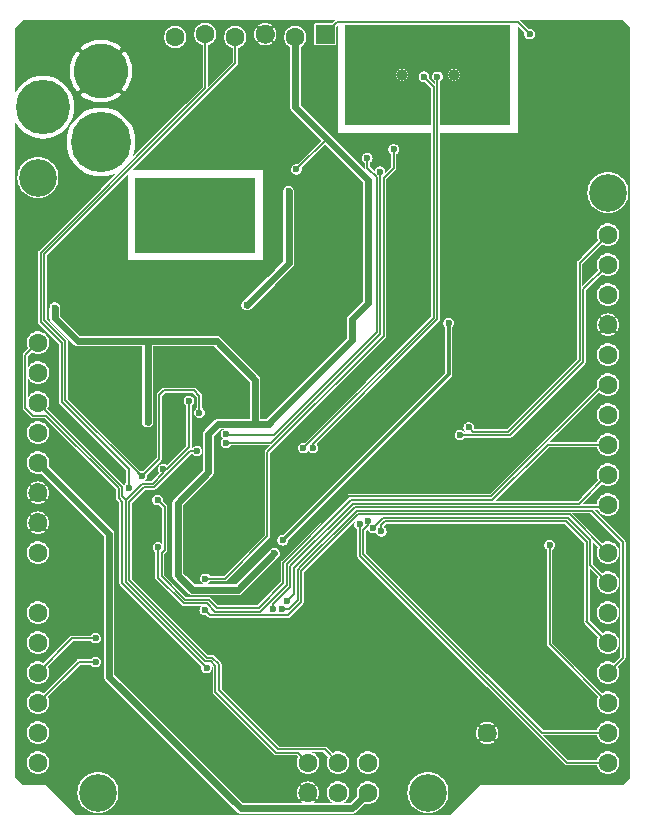
<source format=gbr>
G04 start of page 3 for group 1 idx 1 *
G04 Title: (unknown), bottom *
G04 Creator: pcb 1.99z *
G04 CreationDate: Tue Apr 19 20:08:46 2016 UTC *
G04 For: matt *
G04 Format: Gerber/RS-274X *
G04 PCB-Dimensions (mil): 2500.00 3000.00 *
G04 PCB-Coordinate-Origin: lower left *
%MOIN*%
%FSLAX25Y25*%
%LNBOTTOM*%
%ADD45C,0.0354*%
%ADD44C,0.1378*%
%ADD43C,0.1181*%
%ADD42C,0.0394*%
%ADD41C,0.0118*%
%ADD40C,0.1221*%
%ADD39C,0.0236*%
%ADD38C,0.1260*%
%ADD37C,0.0394*%
%ADD36C,0.2008*%
%ADD35C,0.1811*%
%ADD34C,0.0630*%
%ADD33C,0.0118*%
%ADD32C,0.0236*%
%ADD31C,0.0059*%
%ADD30C,0.0001*%
G54D30*G36*
X187500Y275885D02*Y242500D01*
X168658D01*
Y257333D01*
X168661Y257333D01*
X168970Y257357D01*
X169272Y257430D01*
X169559Y257549D01*
X169823Y257711D01*
X170059Y257912D01*
X170261Y258148D01*
X170423Y258413D01*
X170542Y258700D01*
X170614Y259002D01*
X170633Y259311D01*
X170614Y259620D01*
X170542Y259922D01*
X170423Y260209D01*
X170261Y260474D01*
X170059Y260710D01*
X169823Y260911D01*
X169559Y261074D01*
X169272Y261192D01*
X168970Y261265D01*
X168661Y261289D01*
X168658Y261289D01*
Y275885D01*
X187500D01*
G37*
G36*
X168658Y242500D02*X164075D01*
Y257126D01*
X164234Y257223D01*
X164446Y257405D01*
X164627Y257617D01*
X164773Y257854D01*
X164879Y258112D01*
X164945Y258383D01*
X164961Y258661D01*
X164945Y258939D01*
X164879Y259211D01*
X164773Y259468D01*
X164627Y259706D01*
X164446Y259918D01*
X164234Y260099D01*
X163996Y260245D01*
X163738Y260352D01*
X163467Y260417D01*
X163189Y260439D01*
X162911Y260417D01*
X162640Y260352D01*
X162382Y260245D01*
X162144Y260099D01*
X161932Y259918D01*
X161751Y259706D01*
X161605Y259468D01*
X161499Y259211D01*
X161433Y258939D01*
X161412Y258661D01*
X161433Y258383D01*
X161499Y258112D01*
X161605Y257854D01*
X161751Y257617D01*
X161932Y257405D01*
X162144Y257223D01*
X162302Y257126D01*
Y256274D01*
X160374Y258203D01*
X160417Y258383D01*
X160433Y258661D01*
X160417Y258939D01*
X160352Y259211D01*
X160245Y259468D01*
X160099Y259706D01*
X159918Y259918D01*
X159706Y260099D01*
X159468Y260245D01*
X159211Y260352D01*
X158939Y260417D01*
X158661Y260439D01*
X158383Y260417D01*
X158112Y260352D01*
X157854Y260245D01*
X157617Y260099D01*
X157405Y259918D01*
X157223Y259706D01*
X157078Y259468D01*
X156971Y259211D01*
X156906Y258939D01*
X156884Y258661D01*
X156906Y258383D01*
X156971Y258112D01*
X157078Y257854D01*
X157223Y257617D01*
X157405Y257405D01*
X157617Y257223D01*
X157854Y257078D01*
X158112Y256971D01*
X158383Y256906D01*
X158661Y256884D01*
X158939Y256906D01*
X159120Y256949D01*
X161121Y254948D01*
Y242500D01*
X151336D01*
Y257333D01*
X151339Y257333D01*
X151648Y257357D01*
X151950Y257430D01*
X152237Y257549D01*
X152501Y257711D01*
X152737Y257912D01*
X152939Y258148D01*
X153101Y258413D01*
X153220Y258700D01*
X153292Y259002D01*
X153311Y259311D01*
X153292Y259620D01*
X153220Y259922D01*
X153101Y260209D01*
X152939Y260474D01*
X152737Y260710D01*
X152501Y260911D01*
X152237Y261074D01*
X151950Y261192D01*
X151648Y261265D01*
X151339Y261289D01*
X151336Y261289D01*
Y275885D01*
X168658D01*
Y261289D01*
X168351Y261265D01*
X168049Y261192D01*
X167763Y261074D01*
X167498Y260911D01*
X167262Y260710D01*
X167060Y260474D01*
X166898Y260209D01*
X166779Y259922D01*
X166707Y259620D01*
X166683Y259311D01*
X166707Y259002D01*
X166779Y258700D01*
X166898Y258413D01*
X167060Y258148D01*
X167262Y257912D01*
X167498Y257711D01*
X167763Y257549D01*
X168049Y257430D01*
X168351Y257357D01*
X168658Y257333D01*
Y242500D01*
G37*
G36*
X151336D02*X132500D01*
Y275885D01*
X151336D01*
Y261289D01*
X151029Y261265D01*
X150727Y261192D01*
X150441Y261074D01*
X150176Y260911D01*
X149940Y260710D01*
X149738Y260474D01*
X149576Y260209D01*
X149457Y259922D01*
X149385Y259620D01*
X149360Y259311D01*
X149385Y259002D01*
X149457Y258700D01*
X149576Y258413D01*
X149738Y258148D01*
X149940Y257912D01*
X150176Y257711D01*
X150441Y257549D01*
X150727Y257430D01*
X151029Y257357D01*
X151336Y257333D01*
Y242500D01*
G37*
G36*
X62500Y225000D02*X102500D01*
Y200000D01*
X62500D01*
Y225000D01*
G37*
G36*
X79319Y149123D02*X79428Y149056D01*
Y135505D01*
X79319Y135396D01*
Y149123D01*
G37*
G36*
X81204Y132972D02*X81536D01*
X81598Y132870D01*
X81633Y132814D01*
X81814Y132601D01*
X82026Y132420D01*
X82264Y132275D01*
X82522Y132168D01*
X82793Y132103D01*
X83071Y132081D01*
X83349Y132103D01*
X83620Y132168D01*
X83878Y132275D01*
X84116Y132420D01*
X84328Y132601D01*
X84509Y132814D01*
X84655Y133051D01*
X84761Y133309D01*
X84826Y133580D01*
X84843Y133858D01*
X84826Y134136D01*
X84761Y134408D01*
X84655Y134665D01*
X84509Y134903D01*
X84328Y135115D01*
X84116Y135296D01*
X83878Y135442D01*
X83620Y135549D01*
X83349Y135614D01*
X83071Y135636D01*
X82793Y135614D01*
X82522Y135549D01*
X82264Y135442D01*
X82026Y135296D01*
X81814Y135115D01*
X81633Y134903D01*
X81538Y134748D01*
X81536Y134745D01*
X81112D01*
X81161Y134863D01*
X81193Y134999D01*
X81204Y135138D01*
X81201Y135173D01*
Y149056D01*
X81360Y149153D01*
X81572Y149334D01*
X81753Y149546D01*
X81899Y149784D01*
X82005Y150041D01*
X82071Y150312D01*
X82087Y150591D01*
X82071Y150869D01*
X82005Y151140D01*
X81899Y151398D01*
X81753Y151635D01*
X81572Y151847D01*
X81360Y152029D01*
X81122Y152174D01*
X80864Y152281D01*
X80593Y152346D01*
X80315Y152368D01*
X80037Y152346D01*
X79766Y152281D01*
X79508Y152174D01*
X79319Y152059D01*
Y153247D01*
X81719D01*
X82972Y151995D01*
Y148189D01*
X82814Y148092D01*
X82601Y147910D01*
X82420Y147698D01*
X82275Y147460D01*
X82168Y147203D01*
X82103Y146932D01*
X82081Y146654D01*
X82103Y146375D01*
X82168Y146104D01*
X82275Y145847D01*
X82420Y145609D01*
X82601Y145397D01*
X82814Y145216D01*
X83051Y145070D01*
X83309Y144963D01*
X83580Y144898D01*
X83858Y144876D01*
X84136Y144898D01*
X84408Y144963D01*
X84665Y145070D01*
X84903Y145216D01*
X85115Y145397D01*
X85296Y145609D01*
X85442Y145847D01*
X85549Y146104D01*
X85614Y146375D01*
X85630Y146654D01*
X85614Y146932D01*
X85549Y147203D01*
X85442Y147460D01*
X85296Y147698D01*
X85115Y147910D01*
X84903Y148092D01*
X84745Y148189D01*
Y152327D01*
X84748Y152362D01*
X84737Y152501D01*
X84737Y152501D01*
X84704Y152637D01*
X84651Y152766D01*
X84578Y152885D01*
X84487Y152991D01*
X84461Y153014D01*
X82738Y154736D01*
X82715Y154763D01*
X82609Y154853D01*
X82490Y154926D01*
X82361Y154980D01*
X82226Y155012D01*
X82226Y155012D01*
X82087Y155023D01*
X82052Y155020D01*
X79319D01*
Y168701D01*
X88833D01*
X100591Y156943D01*
Y144685D01*
X90227D01*
X90157Y144691D01*
X89879Y144669D01*
X89608Y144604D01*
X89351Y144497D01*
X89113Y144351D01*
X89113Y144351D01*
X89113Y144351D01*
X88901Y144170D01*
X88856Y144117D01*
X85607Y140869D01*
X85554Y140824D01*
X85373Y140611D01*
X85228Y140374D01*
X85121Y140116D01*
X85056Y139845D01*
X85034Y139567D01*
X85039Y139497D01*
Y127506D01*
X79319Y121785D01*
Y131215D01*
X81076Y132972D01*
X81204D01*
G37*
G36*
X182870Y40217D02*X182878Y40162D01*
X182890Y39886D01*
X182878Y39610D01*
X182870Y39554D01*
Y40217D01*
G37*
G36*
X219994Y66249D02*X220000Y66248D01*
X220587Y66294D01*
X220889Y66367D01*
X221159Y66432D01*
X221703Y66657D01*
X222205Y66965D01*
X222653Y67347D01*
X223035Y67795D01*
X223343Y68297D01*
X223568Y68841D01*
X223706Y69413D01*
X223740Y70000D01*
X223706Y70587D01*
X223568Y71159D01*
X223343Y71703D01*
X223035Y72205D01*
X222653Y72653D01*
X222205Y73035D01*
X221703Y73343D01*
X221159Y73568D01*
X220889Y73633D01*
X220587Y73706D01*
X220000Y73752D01*
X219994Y73751D01*
Y76249D01*
X220000Y76248D01*
X220587Y76294D01*
X220889Y76367D01*
X221159Y76432D01*
X221703Y76657D01*
X222205Y76965D01*
X222653Y77347D01*
X223035Y77795D01*
X223343Y78297D01*
X223568Y78841D01*
X223706Y79413D01*
X223740Y80000D01*
X223706Y80587D01*
X223568Y81159D01*
X223343Y81703D01*
X223035Y82205D01*
X222653Y82653D01*
X222205Y83035D01*
X221703Y83343D01*
X221159Y83568D01*
X220889Y83633D01*
X220587Y83706D01*
X220000Y83752D01*
X219994Y83751D01*
Y86249D01*
X220000Y86248D01*
X220587Y86294D01*
X220889Y86367D01*
X221159Y86432D01*
X221703Y86657D01*
X222205Y86965D01*
X222653Y87347D01*
X223035Y87795D01*
X223343Y88297D01*
X223568Y88841D01*
X223706Y89413D01*
X223740Y90000D01*
X223706Y90587D01*
X223568Y91159D01*
X223343Y91703D01*
X223035Y92205D01*
X222653Y92653D01*
X222205Y93035D01*
X221703Y93343D01*
X221159Y93568D01*
X220889Y93633D01*
X220587Y93706D01*
X220000Y93752D01*
X219994Y93751D01*
Y96249D01*
X220000Y96248D01*
X220587Y96294D01*
X220889Y96367D01*
X221159Y96432D01*
X221703Y96657D01*
X222205Y96965D01*
X222653Y97347D01*
X223035Y97795D01*
X223343Y98297D01*
X223568Y98841D01*
X223706Y99413D01*
X223740Y100000D01*
X223706Y100587D01*
X223568Y101159D01*
X223343Y101703D01*
X223035Y102205D01*
X222653Y102653D01*
X222651Y102654D01*
X222205Y103035D01*
X221703Y103343D01*
X221159Y103568D01*
X220889Y103633D01*
X220587Y103706D01*
X220000Y103752D01*
X219994Y103751D01*
Y107295D01*
X224114Y103176D01*
Y65367D01*
X221942Y63196D01*
X221703Y63343D01*
X221159Y63568D01*
X220889Y63633D01*
X220587Y63706D01*
X220000Y63752D01*
X219994Y63751D01*
Y66249D01*
G37*
G36*
X223130Y176331D02*X223137Y176276D01*
X223150Y176000D01*
X223137Y175724D01*
X223130Y175669D01*
Y176331D01*
G37*
G36*
Y277500D02*X225000D01*
X227500Y275000D01*
Y25000D01*
X225000Y22500D01*
X223130D01*
Y27950D01*
X223343Y28297D01*
X223568Y28841D01*
X223706Y29413D01*
X223740Y30000D01*
X223706Y30587D01*
X223568Y31159D01*
X223343Y31703D01*
X223130Y32050D01*
Y37950D01*
X223343Y38297D01*
X223568Y38841D01*
X223706Y39413D01*
X223740Y40000D01*
X223706Y40587D01*
X223568Y41159D01*
X223343Y41703D01*
X223130Y42050D01*
Y47950D01*
X223343Y48297D01*
X223568Y48841D01*
X223706Y49413D01*
X223740Y50000D01*
X223706Y50587D01*
X223568Y51159D01*
X223343Y51703D01*
X223130Y52050D01*
Y57950D01*
X223343Y58297D01*
X223568Y58841D01*
X223706Y59413D01*
X223740Y60000D01*
X223706Y60587D01*
X223568Y61159D01*
X223343Y61703D01*
X223196Y61942D01*
X225602Y64349D01*
X225629Y64371D01*
X225719Y64477D01*
X225792Y64596D01*
X225846Y64725D01*
X225878Y64861D01*
X225889Y65000D01*
X225886Y65035D01*
Y103509D01*
X225889Y103543D01*
X225878Y103682D01*
X225878Y103682D01*
X225846Y103818D01*
X225792Y103947D01*
X225719Y104066D01*
X225629Y104172D01*
X225602Y104195D01*
X223130Y106667D01*
Y113950D01*
X223343Y114297D01*
X223568Y114841D01*
X223706Y115413D01*
X223740Y116000D01*
X223706Y116587D01*
X223568Y117159D01*
X223343Y117703D01*
X223130Y118050D01*
Y123950D01*
X223343Y124297D01*
X223568Y124841D01*
X223706Y125413D01*
X223740Y126000D01*
X223706Y126587D01*
X223568Y127159D01*
X223343Y127703D01*
X223130Y128050D01*
Y133950D01*
X223343Y134297D01*
X223568Y134841D01*
X223706Y135413D01*
X223740Y136000D01*
X223706Y136587D01*
X223568Y137159D01*
X223343Y137703D01*
X223130Y138050D01*
Y143950D01*
X223343Y144297D01*
X223568Y144841D01*
X223706Y145413D01*
X223740Y146000D01*
X223706Y146587D01*
X223568Y147159D01*
X223343Y147703D01*
X223130Y148050D01*
Y153950D01*
X223343Y154297D01*
X223568Y154841D01*
X223706Y155413D01*
X223740Y156000D01*
X223706Y156587D01*
X223568Y157159D01*
X223343Y157703D01*
X223130Y158050D01*
Y163950D01*
X223343Y164297D01*
X223568Y164841D01*
X223706Y165413D01*
X223740Y166000D01*
X223706Y166587D01*
X223568Y167159D01*
X223343Y167703D01*
X223130Y168050D01*
Y173956D01*
X223237Y174120D01*
X223389Y174410D01*
X223516Y174713D01*
X223615Y175026D01*
X223686Y175347D01*
X223729Y175672D01*
X223744Y176000D01*
X223729Y176328D01*
X223686Y176653D01*
X223615Y176974D01*
X223516Y177287D01*
X223389Y177590D01*
X223237Y177880D01*
X223130Y178047D01*
Y183950D01*
X223343Y184297D01*
X223568Y184841D01*
X223706Y185413D01*
X223740Y186000D01*
X223706Y186587D01*
X223568Y187159D01*
X223343Y187703D01*
X223130Y188050D01*
Y193950D01*
X223343Y194297D01*
X223568Y194841D01*
X223706Y195413D01*
X223740Y196000D01*
X223706Y196587D01*
X223568Y197159D01*
X223343Y197703D01*
X223130Y198050D01*
Y203950D01*
X223343Y204297D01*
X223568Y204841D01*
X223706Y205413D01*
X223740Y206000D01*
X223706Y206587D01*
X223568Y207159D01*
X223343Y207703D01*
X223130Y208050D01*
Y213880D01*
X224041Y214438D01*
X224861Y215139D01*
X225562Y215959D01*
X226126Y216879D01*
X226538Y217876D01*
X226790Y218925D01*
X226854Y220000D01*
X226790Y221075D01*
X226538Y222124D01*
X226126Y223121D01*
X225562Y224041D01*
X224861Y224861D01*
X224041Y225562D01*
X223130Y226120D01*
Y277500D01*
G37*
G36*
Y208050D02*X223035Y208205D01*
X222653Y208653D01*
X222205Y209035D01*
X221703Y209343D01*
X221159Y209568D01*
X220587Y209706D01*
X220000Y209752D01*
X219994Y209751D01*
Y213126D01*
X220000Y213125D01*
X221075Y213210D01*
X222124Y213462D01*
X223121Y213874D01*
X223130Y213880D01*
Y208050D01*
G37*
G36*
Y198050D02*X223035Y198205D01*
X222740Y198551D01*
Y198551D01*
X222653Y198653D01*
X222205Y199035D01*
X221703Y199343D01*
X221159Y199568D01*
X220587Y199706D01*
X220000Y199752D01*
X219994Y199751D01*
Y202249D01*
X220000Y202248D01*
X220587Y202294D01*
X221159Y202432D01*
X221703Y202657D01*
X222205Y202965D01*
X222653Y203347D01*
X223035Y203795D01*
X223130Y203950D01*
Y198050D01*
G37*
G36*
Y188050D02*X223035Y188205D01*
X222653Y188653D01*
X222205Y189035D01*
X221703Y189343D01*
X221159Y189568D01*
X220587Y189706D01*
X220000Y189752D01*
X219994Y189751D01*
Y192249D01*
X220000Y192248D01*
X220587Y192294D01*
X221159Y192432D01*
X221703Y192657D01*
X222205Y192965D01*
X222653Y193347D01*
X223035Y193795D01*
X223130Y193950D01*
Y188050D01*
G37*
G36*
Y168050D02*X223035Y168205D01*
X222653Y168653D01*
X222205Y169035D01*
X221703Y169343D01*
X221159Y169568D01*
X220587Y169706D01*
X220000Y169752D01*
X219994Y169751D01*
Y172256D01*
X220000Y172256D01*
X220328Y172271D01*
X220653Y172314D01*
X220771Y172340D01*
X220974Y172385D01*
X221287Y172484D01*
X221590Y172611D01*
X221880Y172763D01*
X222157Y172940D01*
X222193Y172970D01*
X222224Y173005D01*
X222249Y173045D01*
X222268Y173088D01*
X222279Y173133D01*
X222284Y173180D01*
X222281Y173227D01*
X222271Y173273D01*
X222253Y173316D01*
X222229Y173357D01*
X222199Y173393D01*
X222164Y173424D01*
X222124Y173449D01*
X222081Y173467D01*
X222036Y173479D01*
X221989Y173483D01*
X221942Y173480D01*
X221896Y173470D01*
X221853Y173453D01*
X221813Y173428D01*
X221582Y173277D01*
X221337Y173148D01*
X221082Y173042D01*
X220819Y172959D01*
X220771Y172948D01*
X220550Y172899D01*
X220276Y172863D01*
X220000Y172850D01*
X219994Y172851D01*
Y179149D01*
X220000Y179150D01*
X220276Y179138D01*
X220550Y179101D01*
X220771Y179052D01*
X220819Y179041D01*
X221082Y178958D01*
X221337Y178852D01*
X221582Y178723D01*
X221815Y178574D01*
X221854Y178550D01*
X221897Y178533D01*
X221943Y178523D01*
X221989Y178520D01*
X222035Y178524D01*
X222080Y178535D01*
X222123Y178554D01*
X222162Y178579D01*
X222197Y178609D01*
X222227Y178645D01*
X222250Y178685D01*
X222268Y178728D01*
X222278Y178774D01*
X222281Y178820D01*
X222276Y178866D01*
X222265Y178911D01*
X222247Y178954D01*
X222222Y178993D01*
X222191Y179028D01*
X222155Y179057D01*
X221880Y179237D01*
X221590Y179389D01*
X221287Y179516D01*
X220974Y179615D01*
X220771Y179660D01*
X220653Y179686D01*
X220328Y179729D01*
X220000Y179744D01*
X219994Y179744D01*
Y182249D01*
X220000Y182248D01*
X220587Y182294D01*
X221159Y182432D01*
X221703Y182657D01*
X222205Y182965D01*
X222653Y183347D01*
X223035Y183795D01*
X223130Y183950D01*
Y178047D01*
X223060Y178157D01*
X223030Y178193D01*
X222995Y178224D01*
X222955Y178249D01*
X222912Y178268D01*
X222867Y178279D01*
X222820Y178284D01*
X222773Y178281D01*
X222727Y178271D01*
X222684Y178253D01*
X222643Y178229D01*
X222607Y178199D01*
X222576Y178164D01*
X222551Y178124D01*
X222533Y178081D01*
X222521Y178036D01*
X222517Y177989D01*
X222520Y177942D01*
X222530Y177896D01*
X222547Y177853D01*
X222572Y177813D01*
X222723Y177582D01*
X222852Y177337D01*
X222958Y177082D01*
X223041Y176819D01*
X223101Y176550D01*
X223130Y176331D01*
Y175669D01*
X223101Y175450D01*
X223041Y175181D01*
X222958Y174918D01*
X222852Y174663D01*
X222723Y174418D01*
X222574Y174185D01*
X222550Y174146D01*
X222533Y174103D01*
X222523Y174057D01*
X222520Y174011D01*
X222524Y173965D01*
X222535Y173920D01*
X222554Y173877D01*
X222579Y173838D01*
X222609Y173803D01*
X222645Y173773D01*
X222685Y173750D01*
X222728Y173732D01*
X222774Y173722D01*
X222820Y173719D01*
X222866Y173724D01*
X222911Y173735D01*
X222954Y173753D01*
X222993Y173778D01*
X223028Y173809D01*
X223057Y173845D01*
X223130Y173956D01*
Y168050D01*
G37*
G36*
Y158050D02*X223035Y158205D01*
X222653Y158653D01*
X222205Y159035D01*
X221703Y159343D01*
X221159Y159568D01*
X220587Y159706D01*
X220000Y159752D01*
X219994Y159751D01*
Y162249D01*
X220000Y162248D01*
X220587Y162294D01*
X221159Y162432D01*
X221703Y162657D01*
X222205Y162965D01*
X222653Y163347D01*
X223035Y163795D01*
X223130Y163950D01*
Y158050D01*
G37*
G36*
Y148050D02*X223035Y148205D01*
X222653Y148653D01*
X222205Y149035D01*
X221703Y149343D01*
X221159Y149568D01*
X220587Y149706D01*
X220000Y149752D01*
X219994Y149751D01*
Y152249D01*
X220000Y152248D01*
X220587Y152294D01*
X221159Y152432D01*
X221703Y152657D01*
X222205Y152965D01*
X222653Y153347D01*
X223035Y153795D01*
X223130Y153950D01*
Y148050D01*
G37*
G36*
Y138050D02*X223035Y138205D01*
X222653Y138653D01*
X222205Y139035D01*
X221703Y139343D01*
X221159Y139568D01*
X220587Y139706D01*
X220000Y139752D01*
X219994Y139751D01*
Y142249D01*
X220000Y142248D01*
X220587Y142294D01*
X221159Y142432D01*
X221703Y142657D01*
X222205Y142965D01*
X222653Y143347D01*
X223035Y143795D01*
X223130Y143950D01*
Y138050D01*
G37*
G36*
Y128050D02*X223035Y128205D01*
X222653Y128653D01*
X222205Y129035D01*
X221703Y129343D01*
X221159Y129568D01*
X220587Y129706D01*
X220000Y129752D01*
X219994Y129751D01*
Y132249D01*
X220000Y132248D01*
X220587Y132294D01*
X221159Y132432D01*
X221703Y132657D01*
X222205Y132965D01*
X222653Y133347D01*
X223035Y133795D01*
X223130Y133950D01*
Y128050D01*
G37*
G36*
Y118050D02*X223035Y118205D01*
X222653Y118653D01*
X222205Y119035D01*
X221703Y119343D01*
X221159Y119568D01*
X220889Y119633D01*
X220587Y119706D01*
X220000Y119752D01*
X219994Y119751D01*
Y122249D01*
X220000Y122248D01*
X220587Y122294D01*
X220889Y122367D01*
X221159Y122432D01*
X221703Y122657D01*
X222205Y122965D01*
X222653Y123347D01*
X223035Y123795D01*
X223130Y123950D01*
Y118050D01*
G37*
G36*
Y106667D02*X219994Y109803D01*
Y112249D01*
X220000Y112248D01*
X220587Y112294D01*
X220889Y112367D01*
X221159Y112432D01*
X221703Y112657D01*
X222205Y112965D01*
X222653Y113347D01*
X223035Y113795D01*
X223130Y113950D01*
Y106667D01*
G37*
G36*
Y52050D02*X223035Y52205D01*
X222653Y52653D01*
X222205Y53035D01*
X221703Y53343D01*
X221159Y53568D01*
X220889Y53633D01*
X220587Y53706D01*
X220000Y53752D01*
X219994Y53751D01*
Y56249D01*
X220000Y56248D01*
X220587Y56294D01*
X220889Y56367D01*
X221159Y56432D01*
X221703Y56657D01*
X222205Y56965D01*
X222653Y57347D01*
X223035Y57795D01*
X223130Y57950D01*
Y52050D01*
G37*
G36*
Y42050D02*X223035Y42205D01*
X222653Y42653D01*
X222205Y43035D01*
X221703Y43343D01*
X221159Y43568D01*
X220889Y43633D01*
X220587Y43706D01*
X220000Y43752D01*
X219994Y43751D01*
Y46249D01*
X220000Y46248D01*
X220587Y46294D01*
X220889Y46367D01*
X221159Y46432D01*
X221703Y46657D01*
X222205Y46965D01*
X222653Y47347D01*
X223035Y47795D01*
X223130Y47950D01*
Y42050D01*
G37*
G36*
Y32050D02*X223035Y32205D01*
X222653Y32653D01*
X222205Y33035D01*
X221703Y33343D01*
X221159Y33568D01*
X220889Y33633D01*
X220587Y33706D01*
X220000Y33752D01*
X219994Y33751D01*
Y36249D01*
X220000Y36248D01*
X220587Y36294D01*
X220889Y36367D01*
X221159Y36432D01*
X221703Y36657D01*
X222205Y36965D01*
X222653Y37347D01*
X223035Y37795D01*
X223130Y37950D01*
Y32050D01*
G37*
G36*
Y22500D02*X219994D01*
Y26249D01*
X220000Y26248D01*
X220587Y26294D01*
X221159Y26432D01*
X221703Y26657D01*
X222205Y26965D01*
X222653Y27347D01*
X223035Y27795D01*
X223130Y27950D01*
Y22500D01*
G37*
G36*
X219994Y277500D02*X223130D01*
Y226120D01*
X223121Y226126D01*
X222124Y226538D01*
X221075Y226790D01*
X220000Y226875D01*
X219994Y226874D01*
Y277500D01*
G37*
G36*
Y199751D02*X219413Y199706D01*
X218841Y199568D01*
X218297Y199343D01*
X217795Y199035D01*
X217347Y198653D01*
X216965Y198205D01*
X216657Y197703D01*
X216432Y197159D01*
X216294Y196587D01*
X216248Y196000D01*
X216294Y195413D01*
X216432Y194841D01*
X216657Y194297D01*
X216804Y194058D01*
X211516Y188770D01*
Y196263D01*
X218058Y202804D01*
X218297Y202657D01*
X218841Y202432D01*
X219413Y202294D01*
X219994Y202249D01*
Y199751D01*
G37*
G36*
X216870Y183950D02*X216965Y183795D01*
X217347Y183347D01*
X217795Y182965D01*
X218297Y182657D01*
X218841Y182432D01*
X219413Y182294D01*
X219994Y182249D01*
Y179744D01*
X219672Y179729D01*
X219347Y179686D01*
X219026Y179615D01*
X218713Y179516D01*
X218410Y179389D01*
X218120Y179237D01*
X217843Y179060D01*
X217807Y179030D01*
X217776Y178995D01*
X217751Y178955D01*
X217732Y178912D01*
X217721Y178867D01*
X217716Y178820D01*
X217719Y178773D01*
X217729Y178727D01*
X217747Y178684D01*
X217771Y178643D01*
X217801Y178607D01*
X217836Y178576D01*
X217876Y178551D01*
X217919Y178533D01*
X217964Y178521D01*
X218011Y178517D01*
X218058Y178520D01*
X218104Y178530D01*
X218147Y178547D01*
X218187Y178572D01*
X218418Y178723D01*
X218663Y178852D01*
X218918Y178958D01*
X219181Y179041D01*
X219450Y179101D01*
X219724Y179138D01*
X219994Y179149D01*
Y172851D01*
X219724Y172863D01*
X219450Y172899D01*
X219181Y172959D01*
X218918Y173042D01*
X218663Y173148D01*
X218418Y173277D01*
X218185Y173426D01*
X218146Y173450D01*
X218103Y173467D01*
X218057Y173477D01*
X218011Y173480D01*
X217965Y173476D01*
X217920Y173465D01*
X217877Y173446D01*
X217838Y173421D01*
X217803Y173391D01*
X217773Y173355D01*
X217750Y173315D01*
X217732Y173272D01*
X217722Y173226D01*
X217719Y173180D01*
X217724Y173134D01*
X217735Y173089D01*
X217753Y173046D01*
X217778Y173007D01*
X217809Y172972D01*
X217845Y172943D01*
X218120Y172763D01*
X218410Y172611D01*
X218713Y172484D01*
X219026Y172385D01*
X219347Y172314D01*
X219672Y172271D01*
X219994Y172256D01*
Y169751D01*
X219413Y169706D01*
X218841Y169568D01*
X218297Y169343D01*
X217795Y169035D01*
X217347Y168653D01*
X216965Y168205D01*
X216870Y168050D01*
Y173953D01*
X216940Y173843D01*
X216970Y173807D01*
X217005Y173776D01*
X217045Y173751D01*
X217088Y173732D01*
X217133Y173721D01*
X217180Y173716D01*
X217227Y173719D01*
X217273Y173729D01*
X217316Y173747D01*
X217357Y173771D01*
X217393Y173801D01*
X217424Y173836D01*
X217449Y173876D01*
X217467Y173919D01*
X217479Y173964D01*
X217483Y174011D01*
X217480Y174058D01*
X217470Y174104D01*
X217453Y174147D01*
X217428Y174187D01*
X217277Y174418D01*
X217148Y174663D01*
X217042Y174918D01*
X216959Y175181D01*
X216899Y175450D01*
X216870Y175669D01*
Y176331D01*
X216899Y176550D01*
X216959Y176819D01*
X217042Y177082D01*
X217148Y177337D01*
X217277Y177582D01*
X217426Y177815D01*
X217450Y177854D01*
X217467Y177897D01*
X217477Y177943D01*
X217480Y177989D01*
X217476Y178035D01*
X217465Y178080D01*
X217446Y178123D01*
X217421Y178162D01*
X217391Y178197D01*
X217355Y178227D01*
X217315Y178250D01*
X217272Y178268D01*
X217226Y178278D01*
X217180Y178281D01*
X217134Y178276D01*
X217089Y178265D01*
X217046Y178247D01*
X217007Y178222D01*
X216972Y178191D01*
X216943Y178155D01*
X216870Y178044D01*
Y183950D01*
G37*
G36*
Y191616D02*X218058Y192804D01*
X218297Y192657D01*
X218841Y192432D01*
X219413Y192294D01*
X219994Y192249D01*
Y189751D01*
X219413Y189706D01*
X218841Y189568D01*
X218297Y189343D01*
X217795Y189035D01*
X217347Y188653D01*
X216965Y188205D01*
X216870Y188050D01*
Y191616D01*
G37*
G36*
X219994Y159751D02*X219413Y159706D01*
X218841Y159568D01*
X218297Y159343D01*
X217795Y159035D01*
X217699Y158953D01*
X217347Y158653D01*
X216965Y158205D01*
X216870Y158050D01*
Y163950D01*
X216965Y163795D01*
X217347Y163347D01*
X217795Y162965D01*
X218297Y162657D01*
X218841Y162432D01*
X219413Y162294D01*
X219994Y162249D01*
Y159751D01*
G37*
G36*
X216870Y175669D02*X216862Y175724D01*
X216850Y176000D01*
X216862Y176276D01*
X216870Y176331D01*
Y175669D01*
G37*
G36*
Y158050D02*X216657Y157703D01*
X216432Y157159D01*
X216294Y156587D01*
X216248Y156000D01*
X216294Y155413D01*
X216308Y155357D01*
X211277Y150326D01*
Y161795D01*
X212413Y162931D01*
X212440Y162954D01*
X212530Y163060D01*
X212603Y163179D01*
X212657Y163308D01*
X212689Y163444D01*
X212700Y163583D01*
X212698Y163617D01*
Y187444D01*
X216870Y191616D01*
Y188050D01*
X216657Y187703D01*
X216432Y187159D01*
X216294Y186587D01*
X216248Y186000D01*
X216294Y185413D01*
X216432Y184841D01*
X216657Y184297D01*
X216870Y183950D01*
Y178044D01*
X216763Y177880D01*
X216611Y177590D01*
X216484Y177287D01*
X216385Y176974D01*
X216314Y176653D01*
X216271Y176328D01*
X216256Y176000D01*
X216271Y175672D01*
X216314Y175347D01*
X216385Y175026D01*
X216484Y174713D01*
X216611Y174410D01*
X216763Y174120D01*
X216870Y173953D01*
Y168050D01*
X216657Y167703D01*
X216432Y167159D01*
X216294Y166587D01*
X216248Y166000D01*
X216294Y165413D01*
X216432Y164841D01*
X216657Y164297D01*
X216870Y163950D01*
Y158050D01*
G37*
G36*
X219994Y139751D02*X219413Y139706D01*
X218841Y139568D01*
X218297Y139343D01*
X217795Y139035D01*
X217347Y138653D01*
X216965Y138205D01*
X216657Y137703D01*
X216432Y137159D01*
X216366Y136886D01*
X211277D01*
Y147818D01*
X217098Y153639D01*
X217347Y153347D01*
X217795Y152965D01*
X218297Y152657D01*
X218841Y152432D01*
X219413Y152294D01*
X219994Y152249D01*
Y149751D01*
X219413Y149706D01*
X218841Y149568D01*
X218297Y149343D01*
X217795Y149035D01*
X217347Y148653D01*
X216965Y148205D01*
X216657Y147703D01*
X216432Y147159D01*
X216294Y146587D01*
X216248Y146000D01*
X216294Y145413D01*
X216432Y144841D01*
X216657Y144297D01*
X216965Y143795D01*
X217347Y143347D01*
X217795Y142965D01*
X218297Y142657D01*
X218841Y142432D01*
X219413Y142294D01*
X219994Y142249D01*
Y139751D01*
G37*
G36*
Y129751D02*X219413Y129706D01*
X218841Y129568D01*
X218297Y129343D01*
X217795Y129035D01*
X217347Y128653D01*
X216965Y128205D01*
X216657Y127703D01*
X216432Y127159D01*
X216367Y126889D01*
X216294Y126587D01*
X216248Y126000D01*
X216294Y125413D01*
X216432Y124841D01*
X216657Y124297D01*
X216804Y124058D01*
X211277Y118530D01*
Y135114D01*
X216366D01*
X216432Y134841D01*
X216657Y134297D01*
X216965Y133795D01*
X217347Y133347D01*
X217795Y132965D01*
X218297Y132657D01*
X218841Y132432D01*
X219413Y132294D01*
X219994Y132249D01*
Y129751D01*
G37*
G36*
Y119751D02*X219413Y119706D01*
X218841Y119568D01*
X218297Y119343D01*
X217795Y119035D01*
X217347Y118653D01*
X216965Y118205D01*
X216657Y117703D01*
X216432Y117159D01*
X216367Y116889D01*
X216294Y116587D01*
X216252Y116044D01*
X211298D01*
X218058Y122804D01*
X218297Y122657D01*
X218841Y122432D01*
X219413Y122294D01*
X219994Y122249D01*
Y119751D01*
G37*
G36*
Y109803D02*X215526Y114271D01*
X216673D01*
X216965Y113795D01*
X217347Y113347D01*
X217795Y112965D01*
X218297Y112657D01*
X218841Y112432D01*
X219413Y112294D01*
X219994Y112249D01*
Y109803D01*
G37*
G36*
Y103751D02*X219413Y103706D01*
X218841Y103568D01*
X218297Y103343D01*
X218058Y103196D01*
X211277Y109977D01*
Y113090D01*
X214200D01*
X219994Y107295D01*
Y103751D01*
G37*
G36*
Y93751D02*X219413Y93706D01*
X218841Y93568D01*
X218297Y93343D01*
X218058Y93196D01*
X215060Y96194D01*
Y103687D01*
X216804Y101942D01*
X216657Y101703D01*
X216432Y101159D01*
X216294Y100587D01*
X216248Y100000D01*
X216294Y99413D01*
X216432Y98841D01*
X216657Y98297D01*
X216965Y97795D01*
X217347Y97347D01*
X217795Y96965D01*
X218297Y96657D01*
X218841Y96432D01*
X219413Y96294D01*
X219994Y96249D01*
Y93751D01*
G37*
G36*
Y73751D02*X219413Y73706D01*
X218841Y73568D01*
X218297Y73343D01*
X218058Y73196D01*
X213879Y77375D01*
Y94868D01*
X216804Y91942D01*
X216657Y91703D01*
X216432Y91159D01*
X216294Y90587D01*
X216248Y90000D01*
X216294Y89413D01*
X216432Y88841D01*
X216657Y88297D01*
X216965Y87795D01*
X217347Y87347D01*
X217795Y86965D01*
X218297Y86657D01*
X218841Y86432D01*
X219413Y86294D01*
X219994Y86249D01*
Y83751D01*
X219413Y83706D01*
X218841Y83568D01*
X218297Y83343D01*
X217795Y83035D01*
X217347Y82653D01*
X216965Y82205D01*
X216657Y81703D01*
X216432Y81159D01*
X216294Y80587D01*
X216248Y80000D01*
X216294Y79413D01*
X216432Y78841D01*
X216657Y78297D01*
X216965Y77795D01*
X217347Y77347D01*
X217795Y76965D01*
X218297Y76657D01*
X218841Y76432D01*
X219413Y76294D01*
X219994Y76249D01*
Y73751D01*
G37*
G36*
Y53751D02*X219413Y53706D01*
X218841Y53568D01*
X218297Y53343D01*
X218058Y53196D01*
X211277Y59977D01*
Y104005D01*
X212106Y103176D01*
Y77762D01*
X212076Y77727D01*
X212003Y77608D01*
X211950Y77480D01*
X211917Y77344D01*
X211906Y77205D01*
X211917Y77066D01*
X211950Y76930D01*
X212003Y76801D01*
X212076Y76682D01*
X212168Y76578D01*
X212341Y76406D01*
X212363Y76379D01*
X212390Y76356D01*
X216804Y71942D01*
X216657Y71703D01*
X216432Y71159D01*
X216294Y70587D01*
X216248Y70000D01*
X216294Y69413D01*
X216432Y68841D01*
X216657Y68297D01*
X216965Y67795D01*
X217347Y67347D01*
X217795Y66965D01*
X218297Y66657D01*
X218841Y66432D01*
X219413Y66294D01*
X219994Y66249D01*
Y63751D01*
X219413Y63706D01*
X218841Y63568D01*
X218297Y63343D01*
X217795Y63035D01*
X217347Y62653D01*
X216965Y62205D01*
X216657Y61703D01*
X216432Y61159D01*
X216294Y60587D01*
X216248Y60000D01*
X216294Y59413D01*
X216432Y58841D01*
X216657Y58297D01*
X216965Y57795D01*
X217347Y57347D01*
X217795Y56965D01*
X218297Y56657D01*
X218841Y56432D01*
X219413Y56294D01*
X219994Y56249D01*
Y53751D01*
G37*
G36*
Y43751D02*X219413Y43706D01*
X218841Y43568D01*
X218297Y43343D01*
X217795Y43035D01*
X217347Y42653D01*
X216965Y42205D01*
X216657Y41703D01*
X216432Y41159D01*
X216366Y40886D01*
X211277D01*
Y57470D01*
X216804Y51942D01*
X216657Y51703D01*
X216432Y51159D01*
X216294Y50587D01*
X216248Y50000D01*
X216294Y49413D01*
X216432Y48841D01*
X216657Y48297D01*
X216965Y47795D01*
X217347Y47347D01*
X217795Y46965D01*
X218297Y46657D01*
X218841Y46432D01*
X219413Y46294D01*
X219994Y46249D01*
Y43751D01*
G37*
G36*
Y33751D02*X219413Y33706D01*
X218841Y33568D01*
X218297Y33343D01*
X217795Y33035D01*
X217347Y32653D01*
X216965Y32205D01*
X216657Y31703D01*
X216432Y31159D01*
X216366Y30886D01*
X211277D01*
Y39114D01*
X216366D01*
X216367Y39111D01*
X216432Y38841D01*
X216657Y38297D01*
X216965Y37795D01*
X217347Y37347D01*
X217795Y36965D01*
X218297Y36657D01*
X218841Y36432D01*
X219413Y36294D01*
X219994Y36249D01*
Y33751D01*
G37*
G36*
Y22500D02*X211277D01*
Y29114D01*
X216366D01*
X216367Y29111D01*
X216432Y28841D01*
X216657Y28297D01*
X216965Y27795D01*
X217347Y27347D01*
X217795Y26965D01*
X218297Y26657D01*
X218841Y26432D01*
X219413Y26294D01*
X219994Y26249D01*
Y22500D01*
G37*
G36*
X211277Y277500D02*X219994D01*
Y226874D01*
X218925Y226790D01*
X217876Y226538D01*
X216879Y226126D01*
X215959Y225562D01*
X215139Y224861D01*
X214438Y224041D01*
X213874Y223121D01*
X213462Y222124D01*
X213210Y221075D01*
X213125Y220000D01*
X213210Y218925D01*
X213462Y217876D01*
X213874Y216879D01*
X214438Y215959D01*
X215139Y215139D01*
X215959Y214438D01*
X216879Y213874D01*
X217876Y213462D01*
X218925Y213210D01*
X219994Y213126D01*
Y209751D01*
X219413Y209706D01*
X218841Y209568D01*
X218297Y209343D01*
X217795Y209035D01*
X217347Y208653D01*
X216965Y208205D01*
X216657Y207703D01*
X216432Y207159D01*
X216392Y206992D01*
X216294Y206587D01*
X216248Y206000D01*
X216294Y205413D01*
X216432Y204841D01*
X216657Y204297D01*
X216804Y204058D01*
X211277Y198530D01*
Y277500D01*
G37*
G36*
Y150326D02*X182870Y121919D01*
Y138287D01*
X187367D01*
X187402Y138284D01*
X187540Y138295D01*
X187541Y138295D01*
X187676Y138328D01*
X187805Y138381D01*
X187924Y138454D01*
X188030Y138544D01*
X188053Y138571D01*
X211277Y161795D01*
Y150326D01*
G37*
G36*
Y136886D02*X200345D01*
X211277Y147818D01*
Y136886D01*
G37*
G36*
Y118530D02*X209971Y117225D01*
X182870D01*
Y117640D01*
X200344Y135114D01*
X211277D01*
Y118530D01*
G37*
G36*
Y109977D02*X208164Y113090D01*
X211277D01*
Y109977D01*
G37*
G36*
Y40886D02*X198359D01*
X182870Y56376D01*
Y109547D01*
X205735D01*
X211277Y104005D01*
Y59977D01*
X201477Y69777D01*
Y101024D01*
X201635Y101121D01*
X201847Y101302D01*
X202029Y101514D01*
X202174Y101752D01*
X202281Y102010D01*
X202346Y102281D01*
X202363Y102559D01*
X202346Y102837D01*
X202281Y103108D01*
X202174Y103366D01*
X202029Y103604D01*
X201847Y103816D01*
X201635Y103997D01*
X201398Y104143D01*
X201140Y104250D01*
X200869Y104315D01*
X200591Y104337D01*
X200312Y104315D01*
X200041Y104250D01*
X199784Y104143D01*
X199546Y103997D01*
X199334Y103816D01*
X199153Y103604D01*
X199007Y103366D01*
X198900Y103108D01*
X198835Y102837D01*
X198813Y102559D01*
X198835Y102281D01*
X198900Y102010D01*
X199007Y101752D01*
X199153Y101514D01*
X199334Y101302D01*
X199546Y101121D01*
X199704Y101024D01*
Y69444D01*
X199701Y69409D01*
X199712Y69271D01*
X199712Y69270D01*
X199745Y69135D01*
X199798Y69006D01*
X199871Y68887D01*
X199962Y68781D01*
X199988Y68758D01*
X211277Y57470D01*
Y40886D01*
G37*
G36*
Y30886D02*X206588D01*
X198361Y39114D01*
X211277D01*
Y30886D01*
G37*
G36*
Y22500D02*X182870D01*
Y37842D01*
X182977Y38005D01*
X183130Y38296D01*
X183256Y38599D01*
X183355Y38912D01*
X183426Y39232D01*
X183470Y39558D01*
X183484Y39886D01*
X183470Y40214D01*
X183426Y40539D01*
X183355Y40860D01*
X183256Y41173D01*
X183130Y41476D01*
X182977Y41766D01*
X182870Y41933D01*
Y52096D01*
X205569Y29398D01*
X205592Y29371D01*
X205698Y29281D01*
X205817Y29208D01*
X205946Y29154D01*
X206081Y29122D01*
X206082Y29122D01*
X206220Y29111D01*
X206255Y29114D01*
X211277D01*
Y22500D01*
G37*
G36*
X182870Y240000D02*X190000D01*
Y275479D01*
X192185Y273293D01*
X192142Y273113D01*
X192120Y272835D01*
X192142Y272557D01*
X192207Y272285D01*
X192314Y272028D01*
X192460Y271790D01*
X192641Y271578D01*
X192853Y271397D01*
X193091Y271251D01*
X193348Y271144D01*
X193620Y271079D01*
X193898Y271057D01*
X194176Y271079D01*
X194447Y271144D01*
X194705Y271251D01*
X194942Y271397D01*
X195154Y271578D01*
X195336Y271790D01*
X195481Y272028D01*
X195588Y272285D01*
X195653Y272557D01*
X195670Y272835D01*
X195653Y273113D01*
X195588Y273384D01*
X195481Y273642D01*
X195336Y273879D01*
X195154Y274092D01*
X194942Y274273D01*
X194705Y274418D01*
X194447Y274525D01*
X194176Y274590D01*
X193898Y274612D01*
X193620Y274590D01*
X193439Y274547D01*
X190612Y277374D01*
X190589Y277400D01*
X190483Y277491D01*
X190469Y277500D01*
X211277D01*
Y198530D01*
X210028Y197281D01*
X210001Y197259D01*
X209911Y197153D01*
X209838Y197034D01*
X209784Y196905D01*
X209752Y196769D01*
X209752Y196769D01*
Y196769D01*
X209741Y196630D01*
X209743Y196595D01*
Y164540D01*
X186444Y141241D01*
X182870D01*
Y240000D01*
G37*
G36*
Y121919D02*X180538Y119587D01*
X179742D01*
Y138287D01*
X182870D01*
Y121919D01*
G37*
G36*
Y117225D02*X182455D01*
X182870Y117640D01*
Y117225D01*
G37*
G36*
Y56376D02*X179742Y59504D01*
Y109547D01*
X182870D01*
Y56376D01*
G37*
G36*
Y22500D02*X179742D01*
Y36142D01*
X180068Y36156D01*
X180394Y36200D01*
X180714Y36271D01*
X181027Y36370D01*
X181330Y36496D01*
X181621Y36649D01*
X181897Y36826D01*
X181933Y36856D01*
X181964Y36891D01*
X181989Y36930D01*
X182008Y36974D01*
X182020Y37019D01*
X182024Y37066D01*
X182021Y37113D01*
X182011Y37158D01*
X181993Y37202D01*
X181969Y37242D01*
X181939Y37279D01*
X181904Y37310D01*
X181864Y37335D01*
X181821Y37353D01*
X181776Y37365D01*
X181729Y37369D01*
X181682Y37366D01*
X181636Y37356D01*
X181593Y37339D01*
X181553Y37314D01*
X181322Y37162D01*
X181078Y37034D01*
X180823Y36928D01*
X180559Y36845D01*
X180290Y36785D01*
X180016Y36748D01*
X179742Y36736D01*
Y43035D01*
X180016Y43023D01*
X180290Y42987D01*
X180559Y42927D01*
X180823Y42844D01*
X181078Y42737D01*
X181322Y42609D01*
X181555Y42460D01*
X181594Y42436D01*
X181637Y42419D01*
X181683Y42408D01*
X181729Y42405D01*
X181775Y42410D01*
X181820Y42421D01*
X181863Y42440D01*
X181902Y42464D01*
X181937Y42495D01*
X181967Y42531D01*
X181991Y42571D01*
X182008Y42614D01*
X182018Y42659D01*
X182021Y42706D01*
X182017Y42752D01*
X182005Y42797D01*
X181987Y42840D01*
X181962Y42879D01*
X181931Y42914D01*
X181895Y42943D01*
X181621Y43123D01*
X181330Y43275D01*
X181027Y43402D01*
X180714Y43501D01*
X180394Y43572D01*
X180068Y43615D01*
X179742Y43630D01*
Y55225D01*
X182870Y52096D01*
Y41933D01*
X182800Y42043D01*
X182770Y42079D01*
X182735Y42110D01*
X182696Y42135D01*
X182652Y42154D01*
X182607Y42165D01*
X182560Y42170D01*
X182513Y42167D01*
X182468Y42156D01*
X182424Y42139D01*
X182384Y42115D01*
X182347Y42085D01*
X182316Y42050D01*
X182291Y42010D01*
X182273Y41967D01*
X182261Y41922D01*
X182257Y41875D01*
X182260Y41828D01*
X182270Y41782D01*
X182287Y41738D01*
X182312Y41699D01*
X182464Y41468D01*
X182592Y41223D01*
X182698Y40968D01*
X182781Y40705D01*
X182841Y40436D01*
X182870Y40217D01*
Y39554D01*
X182841Y39336D01*
X182781Y39067D01*
X182698Y38803D01*
X182592Y38548D01*
X182464Y38304D01*
X182315Y38071D01*
X182290Y38032D01*
X182273Y37989D01*
X182263Y37943D01*
X182260Y37897D01*
X182264Y37851D01*
X182276Y37806D01*
X182294Y37763D01*
X182319Y37724D01*
X182349Y37689D01*
X182385Y37659D01*
X182425Y37635D01*
X182468Y37618D01*
X182514Y37608D01*
X182560Y37605D01*
X182606Y37609D01*
X182651Y37621D01*
X182694Y37639D01*
X182733Y37664D01*
X182768Y37695D01*
X182797Y37731D01*
X182870Y37842D01*
Y22500D01*
G37*
G36*
X179742Y240000D02*X182870D01*
Y141241D01*
X179742D01*
Y240000D01*
G37*
G36*
Y59504D02*X139272Y99973D01*
Y107310D01*
X139975Y108013D01*
X139977Y107990D01*
X140042Y107718D01*
X140149Y107461D01*
X140294Y107223D01*
X140475Y107011D01*
X140688Y106830D01*
X140925Y106684D01*
X141183Y106577D01*
X141454Y106512D01*
X141732Y106490D01*
X142010Y106512D01*
X142282Y106577D01*
X142539Y106684D01*
X142734Y106803D01*
X142798Y106537D01*
X142904Y106280D01*
X143050Y106042D01*
X143231Y105830D01*
X143443Y105649D01*
X143681Y105503D01*
X143939Y105396D01*
X144210Y105331D01*
X144488Y105309D01*
X144766Y105331D01*
X145037Y105396D01*
X145295Y105503D01*
X145533Y105649D01*
X145745Y105830D01*
X145926Y106042D01*
X146072Y106280D01*
X146179Y106537D01*
X146244Y106809D01*
X146260Y107087D01*
X146244Y107365D01*
X146179Y107636D01*
X146072Y107894D01*
X145926Y108131D01*
X145745Y108343D01*
X145533Y108525D01*
X145375Y108622D01*
Y108885D01*
X146036Y109547D01*
X179742D01*
Y59504D01*
G37*
G36*
Y22500D02*X177500D01*
X176610Y21610D01*
Y37838D01*
X176680Y37729D01*
X176710Y37693D01*
X176745Y37662D01*
X176785Y37637D01*
X176828Y37618D01*
X176873Y37606D01*
X176920Y37602D01*
X176967Y37605D01*
X177013Y37615D01*
X177056Y37633D01*
X177097Y37657D01*
X177133Y37687D01*
X177164Y37722D01*
X177189Y37762D01*
X177208Y37805D01*
X177219Y37850D01*
X177224Y37897D01*
X177221Y37944D01*
X177210Y37990D01*
X177193Y38033D01*
X177168Y38073D01*
X177017Y38304D01*
X176889Y38548D01*
X176782Y38803D01*
X176699Y39067D01*
X176639Y39336D01*
X176610Y39554D01*
Y40217D01*
X176639Y40436D01*
X176699Y40705D01*
X176782Y40968D01*
X176889Y41223D01*
X177017Y41468D01*
X177166Y41700D01*
X177190Y41740D01*
X177207Y41783D01*
X177218Y41828D01*
X177221Y41875D01*
X177216Y41921D01*
X177205Y41966D01*
X177186Y42009D01*
X177162Y42048D01*
X177131Y42083D01*
X177095Y42113D01*
X177055Y42136D01*
X177012Y42153D01*
X176967Y42164D01*
X176920Y42167D01*
X176874Y42162D01*
X176829Y42151D01*
X176786Y42132D01*
X176747Y42108D01*
X176712Y42077D01*
X176683Y42041D01*
X176610Y41929D01*
Y58357D01*
X179742Y55225D01*
Y43630D01*
X179740Y43630D01*
X179412Y43615D01*
X179087Y43572D01*
X178766Y43501D01*
X178453Y43402D01*
X178150Y43275D01*
X177860Y43123D01*
X177583Y42946D01*
X177547Y42916D01*
X177516Y42881D01*
X177491Y42841D01*
X177472Y42798D01*
X177461Y42753D01*
X177456Y42706D01*
X177459Y42659D01*
X177470Y42613D01*
X177487Y42570D01*
X177511Y42529D01*
X177541Y42493D01*
X177576Y42462D01*
X177616Y42437D01*
X177659Y42418D01*
X177704Y42407D01*
X177751Y42402D01*
X177798Y42405D01*
X177844Y42416D01*
X177888Y42433D01*
X177927Y42458D01*
X178158Y42609D01*
X178403Y42737D01*
X178658Y42844D01*
X178921Y42927D01*
X179190Y42987D01*
X179464Y43023D01*
X179740Y43035D01*
X179742Y43035D01*
Y36736D01*
X179740Y36736D01*
X179464Y36748D01*
X179190Y36785D01*
X178921Y36845D01*
X178658Y36928D01*
X178403Y37034D01*
X178158Y37162D01*
X177926Y37311D01*
X177886Y37336D01*
X177843Y37353D01*
X177798Y37363D01*
X177751Y37366D01*
X177705Y37362D01*
X177660Y37350D01*
X177617Y37332D01*
X177578Y37307D01*
X177543Y37276D01*
X177513Y37241D01*
X177490Y37201D01*
X177473Y37158D01*
X177462Y37112D01*
X177459Y37066D01*
X177464Y37020D01*
X177475Y36975D01*
X177494Y36932D01*
X177518Y36893D01*
X177549Y36858D01*
X177585Y36829D01*
X177860Y36649D01*
X178150Y36496D01*
X178453Y36370D01*
X178766Y36271D01*
X179087Y36200D01*
X179412Y36156D01*
X179740Y36142D01*
X179742Y36142D01*
Y22500D01*
G37*
G36*
X176610Y39554D02*X176603Y39610D01*
X176591Y39886D01*
X176603Y40162D01*
X176610Y40217D01*
Y39554D01*
G37*
G36*
Y21610D02*X167500Y12500D01*
X159989D01*
Y13126D01*
X160000Y13125D01*
X161075Y13210D01*
X162124Y13462D01*
X163121Y13874D01*
X164041Y14438D01*
X164861Y15139D01*
X165562Y15959D01*
X166126Y16879D01*
X166538Y17876D01*
X166790Y18925D01*
X166854Y20000D01*
X166790Y21075D01*
X166538Y22124D01*
X166126Y23121D01*
X165562Y24041D01*
X164861Y24861D01*
X164041Y25562D01*
X163121Y26126D01*
X162124Y26538D01*
X161075Y26790D01*
X160000Y26875D01*
X159989Y26874D01*
Y74977D01*
X176610Y58357D01*
Y41929D01*
X176503Y41766D01*
X176351Y41476D01*
X176224Y41173D01*
X176125Y40860D01*
X176054Y40539D01*
X176011Y40214D01*
X175996Y39886D01*
X176011Y39558D01*
X176054Y39232D01*
X176125Y38912D01*
X176224Y38599D01*
X176351Y38296D01*
X176503Y38005D01*
X176610Y37838D01*
Y21610D01*
G37*
G36*
X159989Y12500D02*X139994D01*
Y16249D01*
X140000Y16248D01*
X140587Y16294D01*
X141159Y16432D01*
X141703Y16657D01*
X142205Y16965D01*
X142653Y17347D01*
X143035Y17795D01*
X143343Y18297D01*
X143568Y18841D01*
X143706Y19413D01*
X143740Y20000D01*
X143706Y20587D01*
X143568Y21159D01*
X143343Y21703D01*
X143035Y22205D01*
X142653Y22653D01*
X142205Y23035D01*
X141703Y23343D01*
X141159Y23568D01*
X140587Y23706D01*
X140000Y23752D01*
X139994Y23751D01*
Y26249D01*
X140000Y26248D01*
X140587Y26294D01*
X141159Y26432D01*
X141703Y26657D01*
X142205Y26965D01*
X142653Y27347D01*
X143035Y27795D01*
X143343Y28297D01*
X143568Y28841D01*
X143706Y29413D01*
X143740Y30000D01*
X143716Y30410D01*
X143706Y30587D01*
X143568Y31159D01*
X143343Y31703D01*
X143035Y32205D01*
X142653Y32653D01*
X142205Y33035D01*
X141703Y33343D01*
X141159Y33568D01*
X140587Y33706D01*
X140000Y33752D01*
X139994Y33751D01*
Y94973D01*
X159989Y74977D01*
Y26874D01*
X158925Y26790D01*
X157876Y26538D01*
X156879Y26126D01*
X155959Y25562D01*
X155139Y24861D01*
X154438Y24041D01*
X153874Y23121D01*
X153462Y22124D01*
X153210Y21075D01*
X153125Y20000D01*
X153210Y18925D01*
X153462Y17876D01*
X153874Y16879D01*
X154438Y15959D01*
X155139Y15139D01*
X155959Y14438D01*
X156879Y13874D01*
X157876Y13462D01*
X158925Y13210D01*
X159989Y13126D01*
Y12500D01*
G37*
G36*
X123130Y20331D02*X123137Y20276D01*
X123150Y20000D01*
X123137Y19724D01*
X123130Y19669D01*
Y20331D01*
G37*
G36*
X139994Y23751D02*X139413Y23706D01*
X138841Y23568D01*
X138297Y23343D01*
X137795Y23035D01*
X137347Y22653D01*
X136965Y22205D01*
X136657Y21703D01*
X136432Y21159D01*
X136294Y20587D01*
X136248Y20000D01*
X136294Y19413D01*
X136413Y18919D01*
X134030Y16535D01*
X131409D01*
X131703Y16657D01*
X132205Y16965D01*
X132653Y17347D01*
X133035Y17795D01*
X133343Y18297D01*
X133568Y18841D01*
X133706Y19413D01*
X133740Y20000D01*
X133706Y20587D01*
X133568Y21159D01*
X133343Y21703D01*
X133035Y22205D01*
X132653Y22653D01*
X132205Y23035D01*
X131703Y23343D01*
X131159Y23568D01*
X130587Y23706D01*
X130000Y23752D01*
X129413Y23706D01*
X128841Y23568D01*
X128297Y23343D01*
X127795Y23035D01*
X127347Y22653D01*
X126965Y22205D01*
X126657Y21703D01*
X126432Y21159D01*
X126294Y20587D01*
X126248Y20000D01*
X126294Y19413D01*
X126432Y18841D01*
X126657Y18297D01*
X126965Y17795D01*
X127347Y17347D01*
X127795Y16965D01*
X128297Y16657D01*
X128591Y16535D01*
X123130D01*
Y17956D01*
X123237Y18120D01*
X123389Y18410D01*
X123516Y18713D01*
X123615Y19026D01*
X123686Y19347D01*
X123729Y19672D01*
X123744Y20000D01*
X123729Y20328D01*
X123686Y20653D01*
X123615Y20974D01*
X123516Y21287D01*
X123389Y21590D01*
X123237Y21880D01*
X123130Y22047D01*
Y27950D01*
X123343Y28297D01*
X123568Y28841D01*
X123706Y29413D01*
X123740Y30000D01*
X123706Y30587D01*
X123568Y31159D01*
X123343Y31703D01*
X123130Y32050D01*
Y33562D01*
X125184D01*
X126804Y31942D01*
X126657Y31703D01*
X126432Y31159D01*
X126294Y30587D01*
X126248Y30000D01*
X126294Y29413D01*
X126432Y28841D01*
X126657Y28297D01*
X126965Y27795D01*
X127347Y27347D01*
X127795Y26965D01*
X128297Y26657D01*
X128841Y26432D01*
X129413Y26294D01*
X130000Y26248D01*
X130587Y26294D01*
X131159Y26432D01*
X131703Y26657D01*
X132205Y26965D01*
X132653Y27347D01*
X133035Y27795D01*
X133343Y28297D01*
X133568Y28841D01*
X133706Y29413D01*
X133740Y30000D01*
X133706Y30587D01*
X133568Y31159D01*
X133343Y31703D01*
X133035Y32205D01*
X132653Y32653D01*
X132205Y33035D01*
X131703Y33343D01*
X131159Y33568D01*
X130587Y33706D01*
X130000Y33752D01*
X129413Y33706D01*
X128841Y33568D01*
X128297Y33343D01*
X128058Y33196D01*
X126203Y35051D01*
X126180Y35078D01*
X126074Y35168D01*
X125955Y35241D01*
X125826Y35295D01*
X125690Y35327D01*
X125690Y35327D01*
X125551Y35338D01*
X125516Y35335D01*
X123130D01*
Y97861D01*
X135788Y110519D01*
X135767Y110494D01*
X135621Y110256D01*
X135514Y109998D01*
X135449Y109727D01*
X135427Y109449D01*
X135449Y109171D01*
X135514Y108900D01*
X135621Y108642D01*
X135767Y108404D01*
X135948Y108192D01*
X136160Y108011D01*
X136318Y107914D01*
Y99050D01*
X136315Y99016D01*
X136326Y98877D01*
X136326Y98877D01*
X136359Y98741D01*
X136412Y98612D01*
X136485Y98493D01*
X136576Y98387D01*
X136602Y98364D01*
X139994Y94973D01*
Y33751D01*
X139413Y33706D01*
X138841Y33568D01*
X138297Y33343D01*
X137795Y33035D01*
X137347Y32653D01*
X136965Y32205D01*
X136657Y31703D01*
X136432Y31159D01*
X136315Y30674D01*
X136294Y30587D01*
X136248Y30000D01*
X136294Y29413D01*
X136432Y28841D01*
X136657Y28297D01*
X136965Y27795D01*
X137347Y27347D01*
X137795Y26965D01*
X138297Y26657D01*
X138841Y26432D01*
X139413Y26294D01*
X139994Y26249D01*
Y23751D01*
G37*
G36*
X123130Y35335D02*X110407D01*
X91241Y54501D01*
Y62761D01*
X91244Y62795D01*
X91233Y62934D01*
X91233Y62934D01*
X91200Y63070D01*
X91147Y63199D01*
X91074Y63318D01*
X90983Y63424D01*
X90957Y63447D01*
X88840Y65563D01*
X88818Y65589D01*
X88712Y65680D01*
X88593Y65753D01*
X88464Y65806D01*
X88328Y65839D01*
X88328Y65839D01*
X88189Y65850D01*
X88154Y65847D01*
X86785D01*
X79319Y73312D01*
Y82184D01*
X84399D01*
X84373Y82162D01*
X84192Y81950D01*
X84046Y81712D01*
X83939Y81455D01*
X83874Y81184D01*
X83852Y80906D01*
X83874Y80627D01*
X83939Y80356D01*
X84046Y80099D01*
X84192Y79861D01*
X84373Y79649D01*
X84585Y79468D01*
X84823Y79322D01*
X85081Y79215D01*
X85352Y79150D01*
X85630Y79128D01*
X85908Y79150D01*
X86088Y79193D01*
X86750Y78532D01*
X86773Y78505D01*
X86879Y78414D01*
X86998Y78342D01*
X87127Y78288D01*
X87262Y78256D01*
X87263Y78256D01*
X87402Y78245D01*
X87436Y78247D01*
X113351D01*
X113386Y78245D01*
X113525Y78256D01*
X113525Y78256D01*
X113661Y78288D01*
X113790Y78342D01*
X113909Y78414D01*
X114015Y78505D01*
X114037Y78532D01*
X118319Y82813D01*
X118345Y82836D01*
X118436Y82942D01*
X118509Y83061D01*
X118562Y83190D01*
X118595Y83325D01*
X118606Y83465D01*
X118603Y83499D01*
Y93334D01*
X123130Y97861D01*
Y35335D01*
G37*
G36*
Y32050D02*X123035Y32205D01*
X122653Y32653D01*
X122205Y33035D01*
X121703Y33343D01*
X121173Y33562D01*
X123130D01*
Y32050D01*
G37*
G36*
Y16535D02*X121409D01*
X121590Y16611D01*
X121880Y16763D01*
X122157Y16940D01*
X122193Y16970D01*
X122224Y17005D01*
X122249Y17045D01*
X122268Y17088D01*
X122279Y17133D01*
X122284Y17180D01*
X122281Y17227D01*
X122271Y17273D01*
X122253Y17316D01*
X122229Y17357D01*
X122199Y17393D01*
X122164Y17424D01*
X122124Y17449D01*
X122081Y17467D01*
X122036Y17479D01*
X121989Y17483D01*
X121942Y17480D01*
X121896Y17470D01*
X121853Y17453D01*
X121813Y17428D01*
X121582Y17277D01*
X121337Y17148D01*
X121082Y17042D01*
X120819Y16959D01*
X120550Y16899D01*
X120276Y16863D01*
X120000Y16850D01*
X119998Y16850D01*
Y23150D01*
X120000Y23150D01*
X120276Y23138D01*
X120550Y23101D01*
X120819Y23041D01*
X121082Y22958D01*
X121337Y22852D01*
X121582Y22723D01*
X121815Y22574D01*
X121854Y22550D01*
X121897Y22533D01*
X121943Y22523D01*
X121989Y22520D01*
X122035Y22524D01*
X122080Y22535D01*
X122123Y22554D01*
X122162Y22579D01*
X122197Y22609D01*
X122227Y22645D01*
X122250Y22685D01*
X122268Y22728D01*
X122278Y22774D01*
X122281Y22820D01*
X122276Y22866D01*
X122265Y22911D01*
X122247Y22954D01*
X122222Y22993D01*
X122191Y23028D01*
X122155Y23057D01*
X121880Y23237D01*
X121590Y23389D01*
X121287Y23516D01*
X120974Y23615D01*
X120653Y23686D01*
X120328Y23729D01*
X120000Y23744D01*
X119998Y23744D01*
Y26248D01*
X120000Y26248D01*
X120587Y26294D01*
X121159Y26432D01*
X121703Y26657D01*
X122205Y26965D01*
X122653Y27347D01*
X123035Y27795D01*
X123130Y27950D01*
Y22047D01*
X123060Y22157D01*
X123030Y22193D01*
X122995Y22224D01*
X122955Y22249D01*
X122912Y22268D01*
X122867Y22279D01*
X122820Y22284D01*
X122773Y22281D01*
X122727Y22271D01*
X122684Y22253D01*
X122643Y22229D01*
X122607Y22199D01*
X122576Y22164D01*
X122551Y22124D01*
X122533Y22081D01*
X122521Y22036D01*
X122517Y21989D01*
X122520Y21942D01*
X122530Y21896D01*
X122547Y21853D01*
X122572Y21813D01*
X122723Y21582D01*
X122852Y21337D01*
X122958Y21082D01*
X123041Y20819D01*
X123101Y20550D01*
X123130Y20331D01*
Y19669D01*
X123101Y19450D01*
X123041Y19181D01*
X122958Y18918D01*
X122852Y18663D01*
X122723Y18418D01*
X122574Y18185D01*
X122550Y18146D01*
X122533Y18103D01*
X122523Y18057D01*
X122520Y18011D01*
X122524Y17965D01*
X122535Y17920D01*
X122554Y17877D01*
X122579Y17838D01*
X122609Y17803D01*
X122645Y17773D01*
X122685Y17750D01*
X122728Y17732D01*
X122774Y17722D01*
X122820Y17719D01*
X122866Y17724D01*
X122911Y17735D01*
X122954Y17753D01*
X122993Y17778D01*
X123028Y17809D01*
X123057Y17845D01*
X123130Y17956D01*
Y16535D01*
G37*
G36*
X119998Y16850D02*X119724Y16863D01*
X119450Y16899D01*
X119181Y16959D01*
X118918Y17042D01*
X118663Y17148D01*
X118418Y17277D01*
X118185Y17426D01*
X118146Y17450D01*
X118103Y17467D01*
X118057Y17477D01*
X118011Y17480D01*
X117965Y17476D01*
X117920Y17465D01*
X117877Y17446D01*
X117838Y17421D01*
X117803Y17391D01*
X117773Y17355D01*
X117750Y17315D01*
X117732Y17272D01*
X117722Y17226D01*
X117719Y17180D01*
X117723Y17134D01*
X117735Y17089D01*
X117753Y17046D01*
X117778Y17007D01*
X117809Y16972D01*
X117845Y16943D01*
X118120Y16763D01*
X118410Y16611D01*
X118591Y16535D01*
X116870D01*
Y17953D01*
X116940Y17843D01*
X116970Y17807D01*
X117005Y17776D01*
X117045Y17751D01*
X117088Y17732D01*
X117133Y17721D01*
X117180Y17716D01*
X117227Y17719D01*
X117273Y17729D01*
X117316Y17747D01*
X117357Y17771D01*
X117393Y17801D01*
X117424Y17836D01*
X117449Y17876D01*
X117467Y17919D01*
X117479Y17964D01*
X117483Y18011D01*
X117480Y18058D01*
X117470Y18104D01*
X117453Y18147D01*
X117428Y18187D01*
X117277Y18418D01*
X117148Y18663D01*
X117042Y18918D01*
X116959Y19181D01*
X116899Y19450D01*
X116870Y19669D01*
Y20331D01*
X116899Y20550D01*
X116959Y20819D01*
X117042Y21082D01*
X117148Y21337D01*
X117277Y21582D01*
X117426Y21815D01*
X117450Y21854D01*
X117467Y21897D01*
X117477Y21943D01*
X117480Y21989D01*
X117476Y22035D01*
X117465Y22080D01*
X117446Y22123D01*
X117421Y22162D01*
X117391Y22197D01*
X117355Y22227D01*
X117315Y22250D01*
X117272Y22268D01*
X117226Y22278D01*
X117180Y22281D01*
X117134Y22276D01*
X117089Y22265D01*
X117046Y22247D01*
X117007Y22222D01*
X116972Y22191D01*
X116943Y22155D01*
X116870Y22044D01*
Y27950D01*
X116965Y27795D01*
X117347Y27347D01*
X117795Y26965D01*
X118297Y26657D01*
X118841Y26432D01*
X119413Y26294D01*
X119998Y26248D01*
Y23744D01*
X119672Y23729D01*
X119347Y23686D01*
X119026Y23615D01*
X118713Y23516D01*
X118410Y23389D01*
X118120Y23237D01*
X117843Y23060D01*
X117807Y23030D01*
X117776Y22995D01*
X117751Y22955D01*
X117732Y22912D01*
X117721Y22867D01*
X117716Y22820D01*
X117719Y22773D01*
X117729Y22727D01*
X117747Y22684D01*
X117771Y22643D01*
X117801Y22607D01*
X117836Y22576D01*
X117876Y22551D01*
X117919Y22533D01*
X117964Y22521D01*
X118011Y22517D01*
X118058Y22520D01*
X118104Y22530D01*
X118147Y22547D01*
X118187Y22572D01*
X118418Y22723D01*
X118663Y22852D01*
X118918Y22958D01*
X119181Y23041D01*
X119450Y23101D01*
X119724Y23138D01*
X119998Y23150D01*
Y16850D01*
G37*
G36*
X116870Y19669D02*X116862Y19724D01*
X116850Y20000D01*
X116862Y20276D01*
X116870Y20331D01*
Y19669D01*
G37*
G36*
Y16535D02*X98372D01*
X79319Y35588D01*
Y67262D01*
X84508Y62073D01*
X84465Y61892D01*
X84443Y61614D01*
X84465Y61336D01*
X84530Y61065D01*
X84637Y60807D01*
X84782Y60569D01*
X84964Y60357D01*
X85176Y60176D01*
X85414Y60030D01*
X85671Y59924D01*
X85942Y59859D01*
X86220Y59837D01*
X86499Y59859D01*
X86770Y59924D01*
X87027Y60030D01*
X87265Y60176D01*
X87477Y60357D01*
X87658Y60569D01*
X87804Y60807D01*
X87911Y61065D01*
X87976Y61336D01*
X87992Y61614D01*
X87976Y61892D01*
X87911Y62163D01*
X87876Y62249D01*
X88287Y61838D01*
Y53578D01*
X88284Y53543D01*
X88295Y53404D01*
X88295Y53404D01*
X88328Y53269D01*
X88381Y53140D01*
X88454Y53021D01*
X88544Y52915D01*
X88571Y52892D01*
X108797Y32665D01*
X108820Y32639D01*
X108926Y32548D01*
X109045Y32475D01*
X109174Y32422D01*
X109310Y32389D01*
X109310Y32389D01*
X109449Y32378D01*
X109484Y32381D01*
X116365D01*
X116804Y31942D01*
X116657Y31703D01*
X116432Y31159D01*
X116294Y30587D01*
X116248Y30000D01*
X116294Y29413D01*
X116386Y29032D01*
X116432Y28841D01*
X116657Y28297D01*
X116870Y27950D01*
Y22044D01*
X116763Y21880D01*
X116611Y21590D01*
X116484Y21287D01*
X116385Y20974D01*
X116314Y20653D01*
X116271Y20328D01*
X116256Y20000D01*
X116271Y19672D01*
X116314Y19347D01*
X116385Y19026D01*
X116484Y18713D01*
X116611Y18410D01*
X116763Y18120D01*
X116870Y17953D01*
Y16535D01*
G37*
G36*
X139994Y12500D02*X79319D01*
Y30577D01*
X96336Y13560D01*
X96381Y13507D01*
X96593Y13326D01*
X96593Y13326D01*
X96741Y13236D01*
X96831Y13180D01*
X96887Y13157D01*
X97089Y13074D01*
X97295Y13024D01*
X97314Y13020D01*
X97360Y13009D01*
X97360D01*
X97638Y12987D01*
X97707Y12992D01*
X134694D01*
X134764Y12987D01*
X135042Y13009D01*
X135313Y13074D01*
X135571Y13180D01*
X135808Y13326D01*
X136020Y13507D01*
X136066Y13560D01*
X138919Y16413D01*
X139413Y16294D01*
X139994Y16249D01*
Y12500D01*
G37*
G36*
X139269Y152582D02*X163791Y177104D01*
X163818Y177127D01*
X163908Y177233D01*
X163981Y177352D01*
X164028Y177464D01*
X164035Y177481D01*
X164067Y177617D01*
X164078Y177756D01*
X164075Y177791D01*
Y240000D01*
X179742D01*
Y141241D01*
X175367D01*
X175334Y141274D01*
X175378Y141454D01*
X175394Y141732D01*
X175388Y141827D01*
X175378Y142010D01*
X175313Y142282D01*
X175206Y142539D01*
X175060Y142777D01*
X174879Y142989D01*
X174667Y143170D01*
X174429Y143316D01*
X174171Y143423D01*
X173900Y143488D01*
X173622Y143510D01*
X173344Y143488D01*
X173073Y143423D01*
X172815Y143316D01*
X172577Y143170D01*
X172365Y142989D01*
X172184Y142777D01*
X172038Y142539D01*
X171932Y142282D01*
X171866Y142010D01*
X171845Y141732D01*
X171866Y141454D01*
X171932Y141183D01*
X172038Y140925D01*
X172184Y140688D01*
X172365Y140475D01*
X172577Y140294D01*
X172815Y140149D01*
X173023Y140062D01*
X173023D01*
X173030Y140060D01*
X172204D01*
X172107Y140218D01*
X171926Y140430D01*
X171714Y140611D01*
X171476Y140757D01*
X171219Y140864D01*
X170947Y140929D01*
X170669Y140951D01*
X170391Y140929D01*
X170120Y140864D01*
X169862Y140757D01*
X169625Y140611D01*
X169412Y140430D01*
X169231Y140218D01*
X169086Y139980D01*
X168979Y139722D01*
X168914Y139451D01*
X168892Y139173D01*
X168914Y138895D01*
X168979Y138624D01*
X169086Y138366D01*
X169231Y138128D01*
X169412Y137916D01*
X169625Y137735D01*
X169862Y137589D01*
X170120Y137483D01*
X170391Y137418D01*
X170669Y137396D01*
X170947Y137418D01*
X171219Y137483D01*
X171476Y137589D01*
X171714Y137735D01*
X171926Y137916D01*
X172107Y138128D01*
X172204Y138287D01*
X179742D01*
Y119587D01*
X139269D01*
Y130117D01*
X167732Y158581D01*
X167767Y158611D01*
X167888Y158752D01*
X167888Y158752D01*
X167985Y158911D01*
X168056Y159083D01*
X168100Y159263D01*
X168114Y159449D01*
X168111Y159495D01*
Y175254D01*
X168186Y175318D01*
X168367Y175530D01*
X168513Y175768D01*
X168619Y176026D01*
X168684Y176297D01*
X168701Y176575D01*
X168684Y176853D01*
X168619Y177124D01*
X168513Y177382D01*
X168367Y177619D01*
X168186Y177831D01*
X167974Y178013D01*
X167736Y178158D01*
X167478Y178265D01*
X167207Y178330D01*
X166929Y178352D01*
X166651Y178330D01*
X166380Y178265D01*
X166122Y178158D01*
X165885Y178013D01*
X165673Y177831D01*
X165491Y177619D01*
X165346Y177382D01*
X165239Y177124D01*
X165174Y176853D01*
X165152Y176575D01*
X165174Y176297D01*
X165239Y176026D01*
X165346Y175768D01*
X165491Y175530D01*
X165673Y175318D01*
X165748Y175254D01*
Y159938D01*
X139269Y133459D01*
Y152582D01*
G37*
G36*
Y240000D02*X161121D01*
Y178714D01*
X139269Y156861D01*
Y165102D01*
X145878Y171711D01*
X145904Y171733D01*
X145995Y171840D01*
X146068Y171958D01*
X146121Y172087D01*
X146154Y172223D01*
X146165Y172362D01*
X146162Y172397D01*
Y224436D01*
X149224Y227498D01*
X149251Y227521D01*
X149341Y227627D01*
X149414Y227746D01*
X149468Y227875D01*
X149500Y228010D01*
X149511Y228150D01*
X149509Y228184D01*
Y232914D01*
X149667Y233011D01*
X149879Y233192D01*
X150060Y233404D01*
X150206Y233642D01*
X150313Y233900D01*
X150378Y234171D01*
X150394Y234449D01*
X150378Y234727D01*
X150313Y234998D01*
X150206Y235256D01*
X150060Y235494D01*
X149879Y235706D01*
X149667Y235887D01*
X149429Y236033D01*
X149171Y236139D01*
X148900Y236204D01*
X148622Y236226D01*
X148344Y236204D01*
X148073Y236139D01*
X147815Y236033D01*
X147577Y235887D01*
X147365Y235706D01*
X147184Y235494D01*
X147053Y235280D01*
X147038Y235256D01*
X146932Y234998D01*
X146866Y234727D01*
X146845Y234449D01*
X146866Y234171D01*
X146932Y233900D01*
X147038Y233642D01*
X147053Y233618D01*
X147184Y233404D01*
X147365Y233192D01*
X147577Y233011D01*
X147736Y232914D01*
Y228517D01*
X145831Y226613D01*
X145850Y226690D01*
X145866Y226969D01*
X145850Y227247D01*
X145785Y227518D01*
X145678Y227775D01*
X145532Y228013D01*
X145351Y228225D01*
X145139Y228407D01*
X144901Y228552D01*
X144644Y228659D01*
X144373Y228724D01*
X144094Y228746D01*
X143816Y228724D01*
X143545Y228659D01*
X143288Y228552D01*
X143050Y228407D01*
X142838Y228225D01*
X142656Y228013D01*
X142511Y227775D01*
X142404Y227518D01*
X142339Y227247D01*
X142323Y227041D01*
X140650Y228714D01*
Y229961D01*
X140809Y230058D01*
X141021Y230239D01*
X141202Y230451D01*
X141348Y230689D01*
X141454Y230947D01*
X141519Y231218D01*
X141536Y231496D01*
X141519Y231774D01*
X141454Y232045D01*
X141348Y232303D01*
X141202Y232541D01*
X141021Y232753D01*
X140809Y232934D01*
X140571Y233080D01*
X140313Y233187D01*
X140042Y233252D01*
X139764Y233274D01*
X139486Y233252D01*
X139269Y233200D01*
Y240000D01*
G37*
G36*
Y156861D02*X118962Y136555D01*
X118782Y136598D01*
X118504Y136620D01*
X118226Y136598D01*
X117955Y136533D01*
X117697Y136426D01*
X117459Y136281D01*
X117247Y136099D01*
X117066Y135887D01*
X116920Y135649D01*
X116813Y135392D01*
X116748Y135121D01*
X116726Y134843D01*
X116748Y134564D01*
X116813Y134293D01*
X116920Y134036D01*
X117066Y133798D01*
X117247Y133586D01*
X117459Y133405D01*
X117697Y133259D01*
X117955Y133152D01*
X118226Y133087D01*
X118504Y133065D01*
X118782Y133087D01*
X119053Y133152D01*
X119311Y133259D01*
X119549Y133405D01*
X119761Y133586D01*
X119942Y133798D01*
X120079Y134021D01*
X120216Y133798D01*
X120397Y133586D01*
X120609Y133405D01*
X120847Y133259D01*
X121104Y133152D01*
X121375Y133087D01*
X121654Y133065D01*
X121932Y133087D01*
X122203Y133152D01*
X122460Y133259D01*
X122698Y133405D01*
X122910Y133586D01*
X123092Y133798D01*
X123237Y134036D01*
X123344Y134293D01*
X123409Y134564D01*
X123426Y134843D01*
X123409Y135121D01*
X123344Y135392D01*
X123237Y135649D01*
X123092Y135887D01*
X122910Y136099D01*
X122843Y136157D01*
X139269Y152582D01*
Y133459D01*
X111713Y105904D01*
X111614Y105911D01*
X111336Y105889D01*
X111065Y105824D01*
X110807Y105718D01*
X110569Y105572D01*
X110357Y105391D01*
X110176Y105179D01*
X110030Y104941D01*
X109924Y104683D01*
X109859Y104412D01*
X109837Y104134D01*
X109859Y103856D01*
X109924Y103585D01*
X110030Y103327D01*
X110176Y103089D01*
X110357Y102877D01*
X110569Y102696D01*
X110807Y102550D01*
X111065Y102443D01*
X111336Y102378D01*
X111614Y102356D01*
X111892Y102378D01*
X112163Y102443D01*
X112421Y102550D01*
X112659Y102696D01*
X112871Y102877D01*
X113052Y103089D01*
X113198Y103327D01*
X113305Y103585D01*
X113370Y103856D01*
X113386Y104134D01*
X113381Y104229D01*
X139269Y130117D01*
Y119587D01*
X133893D01*
X133858Y119590D01*
X133719Y119579D01*
X133583Y119546D01*
X133455Y119493D01*
X133336Y119420D01*
X133229Y119330D01*
X133207Y119303D01*
X111209Y97305D01*
X111182Y97282D01*
X111092Y97176D01*
X111019Y97057D01*
X110965Y96928D01*
X110933Y96793D01*
X110933Y96792D01*
X110922Y96654D01*
X110925Y96619D01*
Y90131D01*
X103176Y82383D01*
X90131D01*
X87659Y84854D01*
X87637Y84881D01*
X87531Y84971D01*
X87412Y85044D01*
X87283Y85098D01*
X87147Y85130D01*
X87147Y85130D01*
X87008Y85141D01*
X86973Y85138D01*
X79501D01*
X79319Y85320D01*
Y87270D01*
X80194Y86395D01*
X80239Y86342D01*
X80451Y86161D01*
X80452Y86161D01*
X80599Y86070D01*
X80689Y86015D01*
X80796Y85971D01*
X80947Y85908D01*
X81153Y85859D01*
X81218Y85843D01*
X81218D01*
X81496Y85821D01*
X81566Y85827D01*
X96584D01*
X96654Y85821D01*
X96932Y85843D01*
X97203Y85908D01*
X97460Y86015D01*
X97698Y86161D01*
X97910Y86342D01*
X97955Y86395D01*
X110059Y98498D01*
X110115Y98546D01*
X110296Y98758D01*
X110442Y98996D01*
X110549Y99254D01*
X110614Y99525D01*
X110615Y99543D01*
X110635Y99803D01*
X110615Y100064D01*
X110614Y100081D01*
X110549Y100352D01*
X110442Y100610D01*
X110296Y100848D01*
X110115Y101060D01*
X109903Y101241D01*
X109665Y101387D01*
X109408Y101494D01*
X109136Y101559D01*
X108858Y101581D01*
X108580Y101559D01*
X108309Y101494D01*
X108051Y101387D01*
X107814Y101241D01*
X107601Y101060D01*
X107553Y101004D01*
X95920Y89370D01*
X82230D01*
X79319Y92281D01*
Y116774D01*
X88015Y125470D01*
X88068Y125515D01*
X88248Y125727D01*
X88248Y125727D01*
X88249Y125727D01*
X88394Y125965D01*
X88501Y126222D01*
X88566Y126494D01*
X88588Y126772D01*
X88583Y126841D01*
Y138833D01*
X90891Y141142D01*
X91895D01*
X91672Y141005D01*
X91460Y140824D01*
X91279Y140612D01*
X91133Y140374D01*
X91026Y140116D01*
X90961Y139845D01*
X90939Y139567D01*
X90961Y139289D01*
X91026Y139018D01*
X91133Y138760D01*
X91279Y138522D01*
X91460Y138310D01*
X91672Y138129D01*
X91734Y138091D01*
X91672Y138052D01*
X91460Y137871D01*
X91279Y137659D01*
X91133Y137421D01*
X91026Y137163D01*
X90961Y136892D01*
X90939Y136614D01*
X90947Y136512D01*
X90961Y136336D01*
X91026Y136065D01*
X91133Y135807D01*
X91279Y135569D01*
X91440Y135380D01*
X91460Y135357D01*
X91672Y135176D01*
X91910Y135030D01*
X92167Y134924D01*
X92438Y134859D01*
X92717Y134837D01*
X92818Y134845D01*
X92995Y134859D01*
X93266Y134924D01*
X93523Y135030D01*
X93761Y135176D01*
X93973Y135357D01*
X94155Y135569D01*
X94252Y135728D01*
X107387D01*
X105874Y134214D01*
X105848Y134192D01*
X105757Y134086D01*
X105684Y133967D01*
X105631Y133838D01*
X105598Y133702D01*
X105598Y133702D01*
X105587Y133563D01*
X105590Y133528D01*
Y105781D01*
X92034Y92225D01*
X87362D01*
X87265Y92383D01*
X87084Y92595D01*
X86872Y92777D01*
X86634Y92922D01*
X86376Y93029D01*
X86105Y93094D01*
X85827Y93116D01*
X85549Y93094D01*
X85278Y93029D01*
X85020Y92922D01*
X84782Y92777D01*
X84570Y92595D01*
X84389Y92383D01*
X84243Y92146D01*
X84136Y91888D01*
X84071Y91617D01*
X84049Y91339D01*
X84071Y91061D01*
X84136Y90789D01*
X84243Y90532D01*
X84389Y90294D01*
X84570Y90082D01*
X84782Y89901D01*
X85020Y89755D01*
X85278Y89648D01*
X85549Y89583D01*
X85827Y89561D01*
X86105Y89583D01*
X86376Y89648D01*
X86634Y89755D01*
X86872Y89901D01*
X87084Y90082D01*
X87265Y90294D01*
X87362Y90452D01*
X92367D01*
X92402Y90449D01*
X92540Y90460D01*
X92541Y90460D01*
X92676Y90493D01*
X92805Y90546D01*
X92924Y90619D01*
X93030Y90710D01*
X93053Y90736D01*
X107079Y104762D01*
X107105Y104785D01*
X107196Y104891D01*
X107269Y105010D01*
X107322Y105139D01*
X107355Y105274D01*
X107366Y105413D01*
X107363Y105448D01*
Y133196D01*
X139269Y165102D01*
Y156861D01*
G37*
G36*
X108918Y273166D02*X108925Y273111D01*
X108937Y272835D01*
X108925Y272559D01*
X108918Y272503D01*
Y273166D01*
G37*
G36*
X131797Y240000D02*X139269D01*
Y233200D01*
X139215Y233187D01*
X138957Y233080D01*
X138719Y232934D01*
X138507Y232753D01*
X138326Y232541D01*
X138180Y232303D01*
X138073Y232045D01*
X138008Y231774D01*
X137986Y231496D01*
X138008Y231218D01*
X138073Y230947D01*
X138180Y230689D01*
X138326Y230451D01*
X138507Y230239D01*
X138719Y230058D01*
X138877Y229961D01*
Y228381D01*
X138875Y228346D01*
X138885Y228208D01*
X138885Y228208D01*
X138885Y228207D01*
X138918Y228072D01*
X138971Y227943D01*
X139033Y227843D01*
X117559Y249317D01*
Y268534D01*
X117993Y268799D01*
X118440Y269182D01*
X118823Y269629D01*
X119130Y270131D01*
X119355Y270675D01*
X119493Y271248D01*
X119528Y271835D01*
X119493Y272422D01*
X119355Y272994D01*
X119130Y273538D01*
X118823Y274040D01*
X118440Y274487D01*
X117993Y274870D01*
X117491Y275177D01*
X116947Y275403D01*
X116374Y275540D01*
X115787Y275586D01*
X115201Y275540D01*
X114628Y275403D01*
X114084Y275177D01*
X113582Y274870D01*
X113135Y274487D01*
X112752Y274040D01*
X112445Y273538D01*
X112219Y272994D01*
X112082Y272422D01*
X112036Y271835D01*
X112082Y271248D01*
X112219Y270675D01*
X112445Y270131D01*
X112752Y269629D01*
X113135Y269182D01*
X113582Y268799D01*
X114016Y268534D01*
Y248652D01*
X114010Y248583D01*
X114032Y248305D01*
Y248305D01*
X114038Y248280D01*
X114097Y248034D01*
X114181Y247832D01*
X114204Y247776D01*
X114259Y247686D01*
X114350Y247538D01*
X114350Y247538D01*
X114531Y247326D01*
X114584Y247281D01*
X124498Y237366D01*
X116600Y229468D01*
X116420Y229511D01*
X116142Y229533D01*
X115864Y229511D01*
X115592Y229446D01*
X115335Y229340D01*
X115097Y229194D01*
X114885Y229013D01*
X114704Y228801D01*
X114558Y228563D01*
X114451Y228305D01*
X114386Y228034D01*
X114364Y227756D01*
X114386Y227478D01*
X114451Y227207D01*
X114558Y226949D01*
X114704Y226711D01*
X114885Y226499D01*
X115097Y226318D01*
X115335Y226172D01*
X115592Y226065D01*
X115864Y226000D01*
X116142Y225978D01*
X116420Y226000D01*
X116691Y226065D01*
X116949Y226172D01*
X117186Y226318D01*
X117399Y226499D01*
X117580Y226711D01*
X117725Y226949D01*
X117832Y227207D01*
X117897Y227478D01*
X117914Y227756D01*
X117897Y228034D01*
X117854Y228214D01*
X125752Y236113D01*
X138386Y223479D01*
Y184002D01*
X133639Y179255D01*
X133586Y179209D01*
X133405Y178997D01*
X133259Y178760D01*
X133152Y178502D01*
X133087Y178231D01*
X133065Y177953D01*
X133071Y177883D01*
Y173888D01*
X133065Y173819D01*
X133071Y173749D01*
Y171600D01*
X108918Y147447D01*
Y189286D01*
X114786Y195155D01*
X114839Y195200D01*
X115020Y195412D01*
X115020Y195412D01*
X115166Y195650D01*
X115273Y195908D01*
X115338Y196179D01*
X115360Y196457D01*
X115354Y196526D01*
Y220467D01*
X115355Y220472D01*
X115338Y220750D01*
X115273Y221022D01*
X115166Y221279D01*
X115021Y221517D01*
X114840Y221729D01*
X114627Y221910D01*
X114390Y222056D01*
X114132Y222163D01*
X113861Y222228D01*
X113583Y222250D01*
X113305Y222228D01*
X113033Y222163D01*
X112776Y222056D01*
X112538Y221910D01*
X112326Y221729D01*
X112145Y221517D01*
X111999Y221279D01*
X111892Y221022D01*
X111827Y220750D01*
X111805Y220472D01*
X111811Y220399D01*
Y197191D01*
X108918Y194297D01*
Y270791D01*
X109025Y270954D01*
X109177Y271245D01*
X109303Y271548D01*
X109402Y271861D01*
X109474Y272181D01*
X109517Y272507D01*
X109531Y272835D01*
X109517Y273163D01*
X109474Y273488D01*
X109402Y273808D01*
X109303Y274121D01*
X109177Y274424D01*
X109025Y274715D01*
X108918Y274882D01*
Y277500D01*
X129216D01*
X129202Y277491D01*
X129096Y277400D01*
X129073Y277374D01*
X128273Y276574D01*
X122545Y276569D01*
X122455Y276548D01*
X122369Y276512D01*
X122290Y276463D01*
X122219Y276403D01*
X122159Y276332D01*
X122110Y276253D01*
X122074Y276167D01*
X122053Y276077D01*
X122047Y275984D01*
X122053Y269592D01*
X122074Y269502D01*
X122110Y269416D01*
X122159Y269337D01*
X122219Y269266D01*
X122290Y269206D01*
X122369Y269157D01*
X122455Y269122D01*
X122545Y269100D01*
X122638Y269094D01*
X129030Y269100D01*
X129120Y269122D01*
X129206Y269157D01*
X129285Y269206D01*
X129356Y269266D01*
X129416Y269337D01*
X129465Y269416D01*
X129500Y269502D01*
X129522Y269592D01*
X129528Y269685D01*
X129523Y275316D01*
X130000Y275794D01*
Y240000D01*
X131797D01*
G37*
G36*
X108918Y194297D02*X106594Y191974D01*
Y269183D01*
X106761Y269220D01*
X107074Y269319D01*
X107377Y269445D01*
X107668Y269597D01*
X107944Y269775D01*
X107981Y269804D01*
X108012Y269840D01*
X108037Y269879D01*
X108055Y269922D01*
X108067Y269968D01*
X108071Y270015D01*
X108068Y270061D01*
X108058Y270107D01*
X108041Y270151D01*
X108017Y270191D01*
X107987Y270227D01*
X107951Y270258D01*
X107912Y270284D01*
X107869Y270302D01*
X107823Y270314D01*
X107776Y270318D01*
X107729Y270315D01*
X107684Y270305D01*
X107640Y270287D01*
X107600Y270263D01*
X107369Y270111D01*
X107125Y269983D01*
X106870Y269877D01*
X106607Y269793D01*
X106594Y269791D01*
Y275879D01*
X106607Y275876D01*
X106870Y275792D01*
X107125Y275686D01*
X107369Y275558D01*
X107602Y275409D01*
X107641Y275385D01*
X107685Y275367D01*
X107730Y275357D01*
X107776Y275354D01*
X107823Y275359D01*
X107868Y275370D01*
X107910Y275388D01*
X107950Y275413D01*
X107984Y275444D01*
X108014Y275480D01*
X108038Y275520D01*
X108055Y275563D01*
X108065Y275608D01*
X108068Y275655D01*
X108064Y275701D01*
X108052Y275746D01*
X108034Y275789D01*
X108009Y275828D01*
X107978Y275863D01*
X107942Y275892D01*
X107668Y276072D01*
X107377Y276224D01*
X107074Y276350D01*
X106761Y276450D01*
X106594Y276487D01*
Y277500D01*
X108918D01*
Y274882D01*
X108847Y274991D01*
X108818Y275028D01*
X108782Y275059D01*
X108743Y275084D01*
X108700Y275103D01*
X108654Y275114D01*
X108607Y275118D01*
X108561Y275115D01*
X108515Y275105D01*
X108471Y275088D01*
X108431Y275064D01*
X108395Y275034D01*
X108364Y274999D01*
X108338Y274959D01*
X108320Y274916D01*
X108308Y274870D01*
X108304Y274824D01*
X108307Y274777D01*
X108317Y274731D01*
X108335Y274687D01*
X108359Y274647D01*
X108511Y274417D01*
X108639Y274172D01*
X108745Y273917D01*
X108829Y273654D01*
X108889Y273384D01*
X108918Y273166D01*
Y272503D01*
X108889Y272285D01*
X108829Y272015D01*
X108745Y271752D01*
X108639Y271497D01*
X108511Y271253D01*
X108362Y271020D01*
X108337Y270981D01*
X108320Y270937D01*
X108310Y270892D01*
X108307Y270846D01*
X108311Y270799D01*
X108323Y270754D01*
X108341Y270712D01*
X108366Y270672D01*
X108397Y270638D01*
X108432Y270608D01*
X108472Y270584D01*
X108516Y270567D01*
X108561Y270557D01*
X108607Y270554D01*
X108654Y270558D01*
X108699Y270570D01*
X108741Y270588D01*
X108781Y270613D01*
X108816Y270644D01*
X108844Y270680D01*
X108918Y270791D01*
Y194297D01*
G37*
G36*
Y147447D02*X106594Y145123D01*
Y186963D01*
X108918Y189286D01*
Y147447D01*
G37*
G36*
X102657Y197500D02*X105000D01*
Y227500D01*
X102657D01*
Y270787D01*
X102727Y270678D01*
X102757Y270641D01*
X102792Y270610D01*
X102832Y270585D01*
X102875Y270567D01*
X102921Y270555D01*
X102967Y270551D01*
X103014Y270554D01*
X103060Y270564D01*
X103104Y270581D01*
X103144Y270605D01*
X103180Y270635D01*
X103211Y270671D01*
X103236Y270710D01*
X103255Y270753D01*
X103267Y270799D01*
X103271Y270846D01*
X103268Y270893D01*
X103258Y270938D01*
X103240Y270982D01*
X103215Y271022D01*
X103064Y271253D01*
X102936Y271497D01*
X102830Y271752D01*
X102746Y272015D01*
X102686Y272285D01*
X102657Y272503D01*
Y273166D01*
X102686Y273384D01*
X102746Y273654D01*
X102830Y273917D01*
X102936Y274172D01*
X103064Y274417D01*
X103213Y274649D01*
X103237Y274689D01*
X103255Y274732D01*
X103265Y274777D01*
X103268Y274824D01*
X103264Y274870D01*
X103252Y274915D01*
X103234Y274958D01*
X103209Y274997D01*
X103178Y275032D01*
X103142Y275061D01*
X103102Y275085D01*
X103059Y275102D01*
X103014Y275112D01*
X102967Y275115D01*
X102921Y275111D01*
X102876Y275100D01*
X102833Y275081D01*
X102794Y275056D01*
X102759Y275026D01*
X102730Y274989D01*
X102657Y274878D01*
Y277500D01*
X106594D01*
Y276487D01*
X106441Y276521D01*
X106115Y276564D01*
X105787Y276578D01*
X105459Y276564D01*
X105134Y276521D01*
X104814Y276450D01*
X104501Y276350D01*
X104198Y276224D01*
X103907Y276072D01*
X103631Y275895D01*
X103594Y275865D01*
X103563Y275830D01*
X103538Y275790D01*
X103520Y275747D01*
X103508Y275701D01*
X103504Y275655D01*
X103507Y275608D01*
X103517Y275562D01*
X103534Y275518D01*
X103558Y275478D01*
X103588Y275442D01*
X103623Y275411D01*
X103663Y275386D01*
X103706Y275367D01*
X103752Y275356D01*
X103798Y275351D01*
X103845Y275354D01*
X103891Y275365D01*
X103935Y275382D01*
X103975Y275407D01*
X104205Y275558D01*
X104450Y275686D01*
X104705Y275792D01*
X104968Y275876D01*
X105238Y275936D01*
X105512Y275972D01*
X105787Y275984D01*
X106063Y275972D01*
X106337Y275936D01*
X106594Y275879D01*
Y269791D01*
X106337Y269733D01*
X106063Y269697D01*
X105787Y269685D01*
X105512Y269697D01*
X105238Y269733D01*
X104968Y269793D01*
X104705Y269877D01*
X104450Y269983D01*
X104205Y270111D01*
X103973Y270260D01*
X103933Y270285D01*
X103890Y270302D01*
X103845Y270312D01*
X103798Y270315D01*
X103752Y270311D01*
X103707Y270299D01*
X103665Y270281D01*
X103625Y270256D01*
X103590Y270225D01*
X103561Y270190D01*
X103537Y270150D01*
X103520Y270106D01*
X103510Y270061D01*
X103507Y270015D01*
X103511Y269968D01*
X103522Y269923D01*
X103541Y269881D01*
X103566Y269841D01*
X103596Y269806D01*
X103633Y269778D01*
X103907Y269597D01*
X104198Y269445D01*
X104501Y269319D01*
X104814Y269220D01*
X105134Y269148D01*
X105459Y269105D01*
X105787Y269091D01*
X106115Y269105D01*
X106441Y269148D01*
X106594Y269183D01*
Y191974D01*
X102657Y188037D01*
Y197500D01*
G37*
G36*
X106594Y145123D02*X106156Y144685D01*
X104134D01*
Y157608D01*
X104139Y157677D01*
X104117Y157955D01*
X104052Y158226D01*
X103946Y158484D01*
X103800Y158722D01*
X103800Y158722D01*
X103619Y158934D01*
X103566Y158979D01*
X102657Y159888D01*
Y183026D01*
X106594Y186963D01*
Y145123D01*
G37*
G36*
X102657Y272503D02*X102650Y272559D01*
X102638Y272835D01*
X102650Y273111D01*
X102657Y273166D01*
Y272503D01*
G37*
G36*
Y227500D02*X79319D01*
Y245388D01*
X96390Y262459D01*
X96416Y262481D01*
X96507Y262588D01*
X96580Y262707D01*
X96633Y262835D01*
X96666Y262971D01*
X96677Y263110D01*
X96674Y263145D01*
Y268201D01*
X96947Y268267D01*
X97491Y268492D01*
X97993Y268799D01*
X98440Y269182D01*
X98823Y269629D01*
X99130Y270131D01*
X99355Y270675D01*
X99493Y271248D01*
X99528Y271835D01*
X99493Y272422D01*
X99355Y272994D01*
X99130Y273538D01*
X98823Y274040D01*
X98440Y274487D01*
X97993Y274870D01*
X97491Y275177D01*
X96947Y275403D01*
X96374Y275540D01*
X95787Y275586D01*
X95201Y275540D01*
X94628Y275403D01*
X94084Y275177D01*
X93582Y274870D01*
X93135Y274487D01*
X92752Y274040D01*
X92445Y273538D01*
X92219Y272994D01*
X92082Y272422D01*
X92036Y271835D01*
X92082Y271248D01*
X92219Y270675D01*
X92445Y270131D01*
X92752Y269629D01*
X93135Y269182D01*
X93582Y268799D01*
X94084Y268492D01*
X94628Y268267D01*
X94901Y268201D01*
Y263477D01*
X86674Y255250D01*
Y269201D01*
X86947Y269267D01*
X87491Y269492D01*
X87993Y269799D01*
X88440Y270182D01*
X88823Y270629D01*
X89130Y271131D01*
X89355Y271675D01*
X89493Y272248D01*
X89528Y272835D01*
X89493Y273422D01*
X89355Y273994D01*
X89130Y274538D01*
X88823Y275040D01*
X88440Y275487D01*
X87993Y275870D01*
X87491Y276177D01*
X86947Y276403D01*
X86374Y276540D01*
X85787Y276586D01*
X85201Y276540D01*
X84628Y276403D01*
X84084Y276177D01*
X83582Y275870D01*
X83135Y275487D01*
X82752Y275040D01*
X82445Y274538D01*
X82219Y273994D01*
X82082Y273422D01*
X82036Y272835D01*
X82082Y272248D01*
X82219Y271675D01*
X82445Y271131D01*
X82752Y270629D01*
X83135Y270182D01*
X83582Y269799D01*
X84084Y269492D01*
X84628Y269267D01*
X84901Y269201D01*
Y255249D01*
X79319Y249667D01*
Y270588D01*
X79355Y270675D01*
X79493Y271248D01*
X79528Y271835D01*
X79493Y272422D01*
X79355Y272994D01*
X79319Y273082D01*
Y277500D01*
X102657D01*
Y274878D01*
X102550Y274715D01*
X102398Y274424D01*
X102272Y274121D01*
X102173Y273808D01*
X102101Y273488D01*
X102058Y273163D01*
X102044Y272835D01*
X102058Y272507D01*
X102101Y272181D01*
X102173Y271861D01*
X102272Y271548D01*
X102398Y271245D01*
X102550Y270954D01*
X102657Y270787D01*
Y227500D01*
G37*
G36*
Y159888D02*X90869Y171676D01*
X90824Y171729D01*
X90612Y171910D01*
X90611Y171910D01*
X90374Y172056D01*
X90116Y172163D01*
X89845Y172228D01*
X89567Y172250D01*
X89497Y172244D01*
X79319D01*
Y197500D01*
X102657D01*
Y188037D01*
X98406Y183785D01*
X98349Y183737D01*
X98168Y183525D01*
X98023Y183287D01*
X97916Y183030D01*
X97851Y182758D01*
X97829Y182480D01*
X97851Y182202D01*
X97916Y181931D01*
X98023Y181673D01*
X98168Y181436D01*
X98349Y181223D01*
X98562Y181042D01*
X98799Y180897D01*
X99057Y180790D01*
X99328Y180725D01*
X99606Y180703D01*
X99884Y180725D01*
X100156Y180790D01*
X100413Y180897D01*
X100651Y181042D01*
X100863Y181223D01*
X100911Y181280D01*
X102657Y183026D01*
Y159888D01*
G37*
G36*
X79319Y92281D02*X78346Y93254D01*
Y115802D01*
X79319Y116774D01*
Y92281D01*
G37*
G36*
Y73312D02*X61320Y91312D01*
Y116562D01*
X65722Y120964D01*
X68666D01*
X68701Y120961D01*
X68839Y120972D01*
X68840Y120972D01*
X68976Y121005D01*
X69104Y121058D01*
X69223Y121131D01*
X69330Y121222D01*
X69352Y121248D01*
X79319Y131215D01*
Y121785D01*
X75371Y117837D01*
X75318Y117792D01*
X75137Y117580D01*
X74991Y117342D01*
X74885Y117085D01*
X74820Y116813D01*
X74798Y116535D01*
X74803Y116466D01*
Y96723D01*
X74798Y96654D01*
X74803Y96584D01*
Y92591D01*
X74798Y92524D01*
X74798Y92522D01*
X74798Y92520D01*
X74809Y92382D01*
X74819Y92246D01*
X74819Y92244D01*
X74820Y92242D01*
Y92242D01*
X74836Y92175D01*
X74852Y92108D01*
X74883Y91975D01*
X74884Y91973D01*
X74885Y91971D01*
X74937Y91844D01*
X74989Y91717D01*
X74990Y91715D01*
X74991Y91713D01*
X75036Y91639D01*
X75063Y91596D01*
X75134Y91479D01*
X75136Y91477D01*
X75137Y91475D01*
X75137Y91475D01*
X75318Y91263D01*
X75371Y91218D01*
X79319Y87270D01*
Y85320D01*
X72146Y92493D01*
Y99633D01*
X72846Y100333D01*
X72873Y100355D01*
X72964Y100462D01*
X73036Y100581D01*
X73090Y100709D01*
X73122Y100845D01*
X73133Y100984D01*
X73131Y101019D01*
Y115123D01*
X73133Y115157D01*
X73122Y115296D01*
X73122Y115297D01*
X73090Y115432D01*
X73036Y115561D01*
X72964Y115680D01*
X72873Y115786D01*
X72846Y115809D01*
X71594Y117061D01*
X71637Y117242D01*
X71654Y117520D01*
X71637Y117798D01*
X71572Y118069D01*
X71465Y118326D01*
X71320Y118564D01*
X71138Y118776D01*
X70926Y118957D01*
X70689Y119103D01*
X70431Y119210D01*
X70160Y119275D01*
X69882Y119297D01*
X69604Y119275D01*
X69333Y119210D01*
X69075Y119103D01*
X68837Y118957D01*
X68625Y118776D01*
X68444Y118564D01*
X68298Y118326D01*
X68192Y118069D01*
X68127Y117798D01*
X68105Y117520D01*
X68127Y117242D01*
X68192Y116971D01*
X68298Y116713D01*
X68444Y116475D01*
X68625Y116263D01*
X68837Y116082D01*
X69075Y115936D01*
X69333Y115830D01*
X69604Y115764D01*
X69882Y115743D01*
X70160Y115764D01*
X70340Y115808D01*
X71358Y114790D01*
Y103002D01*
X71335Y103028D01*
X71123Y103209D01*
X70886Y103355D01*
X70628Y103462D01*
X70357Y103527D01*
X70079Y103549D01*
X69801Y103527D01*
X69530Y103462D01*
X69272Y103355D01*
X69034Y103209D01*
X68822Y103028D01*
X68641Y102816D01*
X68495Y102578D01*
X68389Y102321D01*
X68324Y102050D01*
X68302Y101772D01*
X68324Y101494D01*
X68389Y101222D01*
X68495Y100965D01*
X68641Y100727D01*
X68822Y100515D01*
X69034Y100334D01*
X69192Y100237D01*
Y91570D01*
X69190Y91535D01*
X69200Y91397D01*
X69200Y91396D01*
X69233Y91261D01*
X69286Y91132D01*
X69359Y91013D01*
X69450Y90907D01*
X69476Y90884D01*
X77892Y82469D01*
X77915Y82442D01*
X78021Y82351D01*
X78140Y82279D01*
X78269Y82225D01*
X78404Y82193D01*
X78404Y82193D01*
X78543Y82182D01*
X78578Y82184D01*
X79319D01*
Y73312D01*
G37*
G36*
Y227500D02*X61431D01*
X79319Y245388D01*
Y227500D01*
G37*
G36*
Y155020D02*X72082D01*
X72047Y155023D01*
X71908Y155012D01*
X71772Y154980D01*
X71644Y154926D01*
X71525Y154853D01*
X71418Y154763D01*
X71396Y154736D01*
X69870Y153210D01*
X69844Y153188D01*
X69753Y153082D01*
X69680Y152963D01*
X69627Y152834D01*
X69594Y152698D01*
X69594Y152698D01*
Y152698D01*
X69583Y152559D01*
X69586Y152524D01*
Y131666D01*
X65025Y127106D01*
X64845Y127149D01*
X64567Y127171D01*
X64289Y127149D01*
X64108Y127106D01*
X40060Y151155D01*
Y170438D01*
X40062Y170472D01*
X40052Y170611D01*
X40052Y170612D01*
X40019Y170747D01*
X39966Y170876D01*
X39893Y170995D01*
X39802Y171101D01*
X39775Y171124D01*
X32973Y177926D01*
Y199042D01*
X60000Y226069D01*
Y197500D01*
X79319D01*
Y172244D01*
X66605D01*
X66535Y172250D01*
X66466Y172244D01*
X44041D01*
X37402Y178883D01*
Y181687D01*
X37402Y181693D01*
X37386Y181971D01*
X37320Y182242D01*
X37214Y182500D01*
X37068Y182738D01*
X36887Y182950D01*
X36675Y183131D01*
X36437Y183277D01*
X36179Y183383D01*
X35908Y183448D01*
X35630Y183470D01*
X35352Y183448D01*
X35081Y183383D01*
X34823Y183277D01*
X34585Y183131D01*
X34373Y182950D01*
X34192Y182738D01*
X34046Y182500D01*
X33939Y182242D01*
X33874Y181971D01*
X33852Y181693D01*
X33858Y181619D01*
Y178810D01*
X33853Y178740D01*
X33858Y178671D01*
Y178219D01*
X33853Y178150D01*
X33875Y177872D01*
Y177872D01*
X33890Y177807D01*
X33940Y177600D01*
X34002Y177450D01*
X34046Y177343D01*
X34102Y177252D01*
X34192Y177105D01*
X34192Y177105D01*
X34373Y176893D01*
X34426Y176848D01*
X42005Y169269D01*
X42050Y169216D01*
X42262Y169035D01*
X42263Y169035D01*
X42410Y168944D01*
X42500Y168889D01*
X42666Y168820D01*
X42758Y168782D01*
X42940Y168739D01*
X43029Y168717D01*
X43029Y168717D01*
X43307Y168695D01*
X43377Y168701D01*
X64764D01*
Y155389D01*
X64758Y155315D01*
X64764Y155241D01*
Y143578D01*
X64758Y143504D01*
X64780Y143226D01*
X64845Y142955D01*
X64952Y142697D01*
X65097Y142459D01*
X65279Y142247D01*
X65491Y142066D01*
X65728Y141920D01*
X65986Y141813D01*
X66257Y141748D01*
X66535Y141726D01*
X66813Y141748D01*
X67085Y141813D01*
X67342Y141920D01*
X67580Y142066D01*
X67792Y142247D01*
X67973Y142459D01*
X68119Y142697D01*
X68226Y142955D01*
X68291Y143226D01*
X68307Y143504D01*
X68307Y143510D01*
Y155309D01*
X68307Y155315D01*
X68307Y155321D01*
Y168701D01*
X79319D01*
Y155020D01*
G37*
G36*
Y152059D02*X79270Y152029D01*
X79058Y151847D01*
X78877Y151635D01*
X78731Y151398D01*
X78624Y151140D01*
X78559Y150869D01*
X78537Y150591D01*
X78559Y150312D01*
X78624Y150041D01*
X78731Y149784D01*
X78877Y149546D01*
X79058Y149334D01*
X79270Y149153D01*
X79319Y149123D01*
Y135396D01*
X73029Y129105D01*
X72997Y129143D01*
X72785Y129324D01*
X72547Y129470D01*
X72289Y129576D01*
X72018Y129641D01*
X71740Y129663D01*
X71462Y129641D01*
X71191Y129576D01*
X70933Y129470D01*
X70695Y129324D01*
X70483Y129143D01*
X70302Y128931D01*
X70156Y128693D01*
X70050Y128435D01*
X69985Y128164D01*
X69963Y127886D01*
X69985Y127608D01*
X70022Y127452D01*
X70050Y127337D01*
X70156Y127079D01*
X70302Y126841D01*
X70483Y126629D01*
X70521Y126597D01*
X67841Y123918D01*
X65550D01*
X65555Y123921D01*
X65555D01*
X65612Y123956D01*
X65824Y124137D01*
X66005Y124349D01*
X66151Y124587D01*
X66257Y124844D01*
X66323Y125116D01*
X66339Y125394D01*
X66323Y125672D01*
X66279Y125852D01*
X71075Y130648D01*
X71101Y130670D01*
X71192Y130777D01*
X71265Y130896D01*
X71318Y131024D01*
X71351Y131160D01*
X71362Y131299D01*
X71359Y131334D01*
Y152192D01*
X72414Y153247D01*
X79319D01*
Y152059D01*
G37*
G36*
X38616Y138476D02*X56003Y121089D01*
Y118145D01*
X56001Y118110D01*
X56011Y117971D01*
X56011Y117971D01*
X56044Y117835D01*
X56097Y117707D01*
X56170Y117588D01*
X56261Y117481D01*
X56288Y117459D01*
X57184Y116562D01*
Y89798D01*
X57182Y89764D01*
X57193Y89625D01*
X57193Y89625D01*
X57225Y89489D01*
X57279Y89360D01*
X57351Y89241D01*
X57442Y89135D01*
X57469Y89112D01*
X79319Y67262D01*
Y35588D01*
X55512Y59395D01*
Y106190D01*
X55517Y106260D01*
X55495Y106538D01*
X55430Y106809D01*
X55324Y107067D01*
X55178Y107304D01*
X55178Y107305D01*
X54997Y107516D01*
X54944Y107562D01*
X38616Y123889D01*
Y138476D01*
G37*
G36*
Y148319D02*X59350Y127586D01*
Y123189D01*
X59191Y123092D01*
X58979Y122910D01*
X58798Y122698D01*
X58707Y122549D01*
X58700Y122558D01*
X58673Y122581D01*
X38616Y142637D01*
Y148319D01*
G37*
G36*
X51005Y225413D02*X52794Y225554D01*
X54543Y225974D01*
X56205Y226662D01*
X56487Y226835D01*
X51005Y221353D01*
Y225413D01*
G37*
G36*
X59777Y262692D02*X59903Y262154D01*
X60017Y261330D01*
X60055Y260500D01*
X60017Y259670D01*
X59903Y258846D01*
X59777Y258308D01*
Y262692D01*
G37*
G36*
Y277500D02*X79319D01*
Y273082D01*
X79130Y273538D01*
X78823Y274040D01*
X78440Y274487D01*
X77993Y274870D01*
X77491Y275177D01*
X76947Y275403D01*
X76374Y275540D01*
X75787Y275586D01*
X75201Y275540D01*
X74628Y275403D01*
X74084Y275177D01*
X73582Y274870D01*
X73135Y274487D01*
X72752Y274040D01*
X72445Y273538D01*
X72219Y272994D01*
X72082Y272422D01*
X72036Y271835D01*
X72082Y271248D01*
X72219Y270675D01*
X72445Y270131D01*
X72752Y269629D01*
X73135Y269182D01*
X73582Y268799D01*
X74084Y268492D01*
X74628Y268267D01*
X75201Y268129D01*
X75787Y268083D01*
X76374Y268129D01*
X76947Y268267D01*
X77491Y268492D01*
X77993Y268799D01*
X78440Y269182D01*
X78823Y269629D01*
X79130Y270131D01*
X79319Y270588D01*
Y249667D01*
X61043Y231391D01*
X61216Y231673D01*
X61904Y233335D01*
X62324Y235084D01*
X62430Y236878D01*
X62324Y238672D01*
X61904Y240421D01*
X61216Y242083D01*
X60276Y243617D01*
X59777Y244201D01*
Y254836D01*
X59909Y255026D01*
X60374Y255866D01*
X60759Y256745D01*
X61062Y257656D01*
X61281Y258590D01*
X61413Y259541D01*
X61457Y260500D01*
X61413Y261459D01*
X61281Y262410D01*
X61062Y263344D01*
X60759Y264255D01*
X60374Y265134D01*
X59909Y265974D01*
X59777Y266169D01*
Y277500D01*
G37*
G36*
X51005D02*X59777D01*
Y266169D01*
X59370Y266768D01*
X59297Y266852D01*
X59212Y266923D01*
X59116Y266979D01*
X59013Y267020D01*
X58905Y267044D01*
X58794Y267052D01*
X58684Y267041D01*
X58576Y267014D01*
X58474Y266970D01*
X58381Y266911D01*
X58297Y266837D01*
X58227Y266752D01*
X58170Y266656D01*
X58129Y266553D01*
X58105Y266445D01*
X58098Y266334D01*
X58108Y266224D01*
X58135Y266116D01*
X58179Y266015D01*
X58240Y265922D01*
X58715Y265240D01*
X59117Y264513D01*
X59451Y263752D01*
X59714Y262963D01*
X59777Y262692D01*
Y258308D01*
X59714Y258037D01*
X59451Y257248D01*
X59117Y256487D01*
X58715Y255760D01*
X58248Y255072D01*
X58188Y254981D01*
X58144Y254880D01*
X58117Y254774D01*
X58107Y254665D01*
X58114Y254556D01*
X58138Y254449D01*
X58179Y254348D01*
X58234Y254254D01*
X58304Y254169D01*
X58386Y254097D01*
X58479Y254039D01*
X58579Y253995D01*
X58685Y253968D01*
X58794Y253958D01*
X58904Y253965D01*
X59010Y253989D01*
X59112Y254029D01*
X59206Y254085D01*
X59290Y254155D01*
X59361Y254239D01*
X59777Y254836D01*
Y244201D01*
X59107Y244985D01*
X57739Y246153D01*
X56205Y247093D01*
X54543Y247782D01*
X52794Y248202D01*
X51005Y248343D01*
Y250044D01*
X51959Y250087D01*
X52910Y250219D01*
X53844Y250438D01*
X54755Y250741D01*
X55634Y251126D01*
X56474Y251591D01*
X57268Y252130D01*
X57352Y252203D01*
X57423Y252288D01*
X57479Y252384D01*
X57520Y252487D01*
X57544Y252595D01*
X57552Y252706D01*
X57541Y252816D01*
X57514Y252924D01*
X57470Y253026D01*
X57411Y253119D01*
X57337Y253203D01*
X57252Y253273D01*
X57156Y253330D01*
X57053Y253371D01*
X56945Y253395D01*
X56834Y253402D01*
X56724Y253392D01*
X56616Y253365D01*
X56515Y253321D01*
X56422Y253260D01*
X55740Y252785D01*
X55013Y252383D01*
X54252Y252049D01*
X53463Y251786D01*
X52654Y251597D01*
X51830Y251483D01*
X51005Y251445D01*
Y269555D01*
X51830Y269517D01*
X52654Y269403D01*
X53463Y269214D01*
X54252Y268951D01*
X55013Y268617D01*
X55740Y268215D01*
X56428Y267748D01*
X56519Y267688D01*
X56620Y267644D01*
X56726Y267617D01*
X56835Y267607D01*
X56944Y267614D01*
X57051Y267638D01*
X57152Y267679D01*
X57246Y267734D01*
X57331Y267804D01*
X57403Y267886D01*
X57461Y267979D01*
X57505Y268079D01*
X57532Y268185D01*
X57542Y268294D01*
X57535Y268404D01*
X57511Y268510D01*
X57471Y268612D01*
X57415Y268706D01*
X57345Y268790D01*
X57261Y268861D01*
X56474Y269409D01*
X55634Y269874D01*
X54755Y270259D01*
X53844Y270562D01*
X52910Y270781D01*
X51959Y270913D01*
X51005Y270956D01*
Y277500D01*
G37*
G36*
X42223Y229555D02*X42893Y228771D01*
X44261Y227602D01*
X45795Y226662D01*
X47457Y225974D01*
X49206Y225554D01*
X51000Y225413D01*
X51005Y225413D01*
Y221353D01*
X42223Y212571D01*
Y229555D01*
G37*
G36*
Y277500D02*X51005D01*
Y270956D01*
X51000Y270957D01*
X50041Y270913D01*
X49090Y270781D01*
X48156Y270562D01*
X47245Y270259D01*
X46366Y269874D01*
X45526Y269409D01*
X44732Y268870D01*
X44648Y268797D01*
X44577Y268712D01*
X44521Y268616D01*
X44480Y268513D01*
X44456Y268405D01*
X44448Y268294D01*
X44459Y268184D01*
X44486Y268076D01*
X44530Y267974D01*
X44589Y267881D01*
X44663Y267797D01*
X44748Y267727D01*
X44844Y267670D01*
X44947Y267629D01*
X45055Y267605D01*
X45166Y267598D01*
X45276Y267608D01*
X45384Y267635D01*
X45485Y267679D01*
X45578Y267740D01*
X46260Y268215D01*
X46987Y268617D01*
X47748Y268951D01*
X48537Y269214D01*
X49346Y269403D01*
X50170Y269517D01*
X51000Y269555D01*
X51005Y269555D01*
Y251445D01*
X51000Y251445D01*
X50170Y251483D01*
X49346Y251597D01*
X48537Y251786D01*
X47748Y252049D01*
X46987Y252383D01*
X46260Y252785D01*
X45572Y253252D01*
X45481Y253312D01*
X45380Y253356D01*
X45274Y253383D01*
X45165Y253393D01*
X45056Y253386D01*
X44949Y253362D01*
X44848Y253321D01*
X44754Y253266D01*
X44669Y253196D01*
X44597Y253114D01*
X44539Y253021D01*
X44495Y252921D01*
X44468Y252815D01*
X44458Y252706D01*
X44465Y252596D01*
X44489Y252490D01*
X44529Y252388D01*
X44585Y252294D01*
X44655Y252210D01*
X44739Y252139D01*
X45526Y251591D01*
X46366Y251126D01*
X47245Y250741D01*
X48156Y250438D01*
X49090Y250219D01*
X50041Y250087D01*
X51000Y250043D01*
X51005Y250044D01*
Y248343D01*
X51000Y248343D01*
X49206Y248202D01*
X47457Y247782D01*
X45795Y247093D01*
X44261Y246153D01*
X42893Y244985D01*
X42223Y244201D01*
Y254831D01*
X42630Y254232D01*
X42703Y254148D01*
X42788Y254077D01*
X42884Y254021D01*
X42987Y253980D01*
X43095Y253956D01*
X43206Y253948D01*
X43316Y253959D01*
X43424Y253986D01*
X43526Y254030D01*
X43619Y254089D01*
X43703Y254163D01*
X43773Y254248D01*
X43830Y254344D01*
X43871Y254447D01*
X43895Y254555D01*
X43902Y254666D01*
X43892Y254776D01*
X43865Y254884D01*
X43821Y254985D01*
X43760Y255078D01*
X43285Y255760D01*
X42883Y256487D01*
X42549Y257248D01*
X42286Y258037D01*
X42223Y258308D01*
Y262692D01*
X42286Y262963D01*
X42549Y263752D01*
X42883Y264513D01*
X43285Y265240D01*
X43752Y265928D01*
X43812Y266019D01*
X43856Y266120D01*
X43883Y266226D01*
X43893Y266335D01*
X43886Y266444D01*
X43862Y266551D01*
X43821Y266652D01*
X43766Y266746D01*
X43696Y266831D01*
X43614Y266903D01*
X43521Y266961D01*
X43421Y267005D01*
X43315Y267032D01*
X43206Y267042D01*
X43096Y267035D01*
X42990Y267011D01*
X42888Y266971D01*
X42794Y266915D01*
X42710Y266845D01*
X42639Y266761D01*
X42223Y266164D01*
Y277500D01*
G37*
G36*
Y258308D02*X42097Y258846D01*
X41983Y259670D01*
X41945Y260500D01*
X41983Y261330D01*
X42097Y262154D01*
X42223Y262692D01*
Y258308D01*
G37*
G36*
X38616Y240655D02*X39118Y241083D01*
X40185Y242333D01*
X41045Y243735D01*
X41674Y245254D01*
X42058Y246853D01*
X42154Y248492D01*
X42058Y250131D01*
X41674Y251730D01*
X41045Y253249D01*
X40185Y254651D01*
X39118Y255901D01*
X38616Y256329D01*
Y277500D01*
X42223D01*
Y266164D01*
X42091Y265974D01*
X41626Y265134D01*
X41241Y264255D01*
X40938Y263344D01*
X40719Y262410D01*
X40587Y261459D01*
X40543Y260500D01*
X40587Y259541D01*
X40719Y258590D01*
X40938Y257656D01*
X41241Y256745D01*
X41626Y255866D01*
X42091Y255026D01*
X42223Y254831D01*
Y244201D01*
X41724Y243617D01*
X40784Y242083D01*
X40096Y240421D01*
X39676Y238672D01*
X39535Y236878D01*
X39676Y235084D01*
X40096Y233335D01*
X40784Y231673D01*
X41724Y230139D01*
X42223Y229555D01*
Y212571D01*
X38616Y208965D01*
Y240655D01*
G37*
G36*
X79319Y12500D02*X49989D01*
Y13126D01*
X50000Y13125D01*
X51075Y13210D01*
X52124Y13462D01*
X53121Y13874D01*
X54041Y14438D01*
X54861Y15139D01*
X55562Y15959D01*
X56126Y16879D01*
X56538Y17876D01*
X56790Y18925D01*
X56854Y20000D01*
X56790Y21075D01*
X56538Y22124D01*
X56126Y23121D01*
X55562Y24041D01*
X54861Y24861D01*
X54041Y25562D01*
X53121Y26126D01*
X52124Y26538D01*
X51075Y26790D01*
X50000Y26875D01*
X49989Y26874D01*
Y61986D01*
X50020Y61999D01*
X50257Y62145D01*
X50469Y62326D01*
X50651Y62538D01*
X50796Y62776D01*
X50903Y63033D01*
X50968Y63305D01*
X50985Y63583D01*
X50968Y63861D01*
X50903Y64132D01*
X50796Y64390D01*
X50651Y64627D01*
X50469Y64840D01*
X50257Y65021D01*
X50020Y65166D01*
X49989Y65179D01*
Y69860D01*
X50020Y69873D01*
X50257Y70019D01*
X50469Y70200D01*
X50651Y70412D01*
X50796Y70650D01*
X50903Y70907D01*
X50968Y71179D01*
X50985Y71457D01*
X50968Y71735D01*
X50903Y72006D01*
X50796Y72264D01*
X50651Y72501D01*
X50469Y72714D01*
X50257Y72895D01*
X50020Y73040D01*
X49989Y73053D01*
Y107505D01*
X51969Y105526D01*
Y58731D01*
X51963Y58661D01*
X51985Y58383D01*
Y58383D01*
X51996Y58338D01*
X52001Y58318D01*
X52050Y58112D01*
X52134Y57911D01*
X52157Y57855D01*
X52212Y57764D01*
X52302Y57617D01*
X52303Y57617D01*
X52484Y57405D01*
X52536Y57360D01*
X79319Y30577D01*
Y12500D01*
G37*
G36*
X49989Y73053D02*X49762Y73147D01*
X49491Y73212D01*
X49213Y73234D01*
X48935Y73212D01*
X48663Y73147D01*
X48406Y73040D01*
X48168Y72895D01*
X47956Y72714D01*
X47775Y72501D01*
X47678Y72343D01*
X41491D01*
X41457Y72346D01*
X41318Y72335D01*
X41182Y72302D01*
X41053Y72249D01*
X40934Y72176D01*
X40828Y72085D01*
X40805Y72059D01*
X38616Y69870D01*
Y118878D01*
X49989Y107505D01*
Y73053D01*
G37*
G36*
Y65179D02*X49762Y65273D01*
X49491Y65338D01*
X49213Y65360D01*
X48935Y65338D01*
X48663Y65273D01*
X48406Y65166D01*
X48168Y65021D01*
X47956Y64840D01*
X47775Y64627D01*
X47678Y64469D01*
X43617D01*
X43583Y64472D01*
X43444Y64461D01*
X43308Y64428D01*
X43179Y64375D01*
X43060Y64302D01*
X42954Y64211D01*
X42931Y64185D01*
X38616Y59870D01*
Y67363D01*
X41824Y70570D01*
X47678D01*
X47775Y70412D01*
X47956Y70200D01*
X48168Y70019D01*
X48406Y69873D01*
X48663Y69766D01*
X48935Y69701D01*
X49213Y69679D01*
X49491Y69701D01*
X49762Y69766D01*
X49989Y69860D01*
Y65179D01*
G37*
G36*
Y12500D02*X42500D01*
X38616Y16384D01*
Y57363D01*
X43950Y62696D01*
X47678D01*
X47775Y62538D01*
X47956Y62326D01*
X48168Y62145D01*
X48406Y61999D01*
X48663Y61892D01*
X48935Y61827D01*
X49213Y61805D01*
X49491Y61827D01*
X49762Y61892D01*
X49989Y61986D01*
Y26874D01*
X48925Y26790D01*
X47876Y26538D01*
X46879Y26126D01*
X45959Y25562D01*
X45139Y24861D01*
X44438Y24041D01*
X43874Y23121D01*
X43462Y22124D01*
X43210Y21075D01*
X43125Y20000D01*
X43210Y18925D01*
X43462Y17876D01*
X43874Y16879D01*
X44438Y15959D01*
X45139Y15139D01*
X45959Y14438D01*
X46879Y13874D01*
X47876Y13462D01*
X48925Y13210D01*
X49989Y13126D01*
Y12500D01*
G37*
G36*
X38616Y256329D02*X37867Y256969D01*
X36466Y257828D01*
X34947Y258457D01*
X33348Y258841D01*
X31709Y258970D01*
X30070Y258841D01*
X28471Y258457D01*
X26952Y257828D01*
X25550Y256969D01*
X24300Y255901D01*
X23232Y254651D01*
X22500Y253457D01*
Y275000D01*
X25000Y277500D01*
X38616D01*
Y256329D01*
G37*
G36*
X29989Y56249D02*X30000Y56248D01*
X30587Y56294D01*
X31159Y56432D01*
X31703Y56657D01*
X32205Y56965D01*
X32653Y57347D01*
X33035Y57795D01*
X33343Y58297D01*
X33568Y58841D01*
X33706Y59413D01*
X33740Y60000D01*
X33706Y60587D01*
X33568Y61159D01*
X33343Y61703D01*
X33196Y61942D01*
X38616Y67363D01*
Y59870D01*
X31942Y53196D01*
X31703Y53343D01*
X31159Y53568D01*
X30587Y53706D01*
X30000Y53752D01*
X29989Y53751D01*
Y56249D01*
G37*
G36*
X33130Y110331D02*X33137Y110276D01*
X33150Y110000D01*
X33137Y109724D01*
X33130Y109669D01*
Y110331D01*
G37*
G36*
Y120331D02*X33137Y120276D01*
X33150Y120000D01*
X33137Y119724D01*
X33130Y119669D01*
Y120331D01*
G37*
G36*
Y124364D02*X38616Y118878D01*
Y69870D01*
X33130Y64384D01*
Y67950D01*
X33343Y68297D01*
X33568Y68841D01*
X33706Y69413D01*
X33740Y70000D01*
X33706Y70587D01*
X33568Y71159D01*
X33343Y71703D01*
X33130Y72050D01*
Y77950D01*
X33343Y78297D01*
X33568Y78841D01*
X33706Y79413D01*
X33740Y80000D01*
X33706Y80587D01*
X33568Y81159D01*
X33343Y81703D01*
X33130Y82050D01*
Y97950D01*
X33343Y98297D01*
X33568Y98841D01*
X33706Y99413D01*
X33740Y100000D01*
X33706Y100587D01*
X33568Y101159D01*
X33343Y101703D01*
X33130Y102050D01*
Y107956D01*
X33237Y108120D01*
X33389Y108410D01*
X33516Y108713D01*
X33615Y109026D01*
X33686Y109347D01*
X33729Y109672D01*
X33744Y110000D01*
X33729Y110328D01*
X33686Y110653D01*
X33615Y110974D01*
X33516Y111287D01*
X33389Y111590D01*
X33237Y111880D01*
X33130Y112047D01*
Y117956D01*
X33237Y118120D01*
X33389Y118410D01*
X33516Y118713D01*
X33615Y119026D01*
X33686Y119347D01*
X33729Y119672D01*
X33744Y120000D01*
X33729Y120328D01*
X33686Y120653D01*
X33615Y120974D01*
X33516Y121287D01*
X33389Y121590D01*
X33237Y121880D01*
X33130Y122047D01*
Y124364D01*
G37*
G36*
Y82050D02*X33035Y82205D01*
X32653Y82653D01*
X32205Y83035D01*
X31703Y83343D01*
X31159Y83568D01*
X30587Y83706D01*
X30000Y83752D01*
X29989Y83751D01*
Y96249D01*
X30000Y96248D01*
X30587Y96294D01*
X31159Y96432D01*
X31703Y96657D01*
X32205Y96965D01*
X32653Y97347D01*
X33035Y97795D01*
X33130Y97950D01*
Y82050D01*
G37*
G36*
Y72050D02*X33035Y72205D01*
X32653Y72653D01*
X32205Y73035D01*
X31703Y73343D01*
X31159Y73568D01*
X30587Y73706D01*
X30000Y73752D01*
X29989Y73751D01*
Y76249D01*
X30000Y76248D01*
X30587Y76294D01*
X31159Y76432D01*
X31703Y76657D01*
X32205Y76965D01*
X32653Y77347D01*
X33035Y77795D01*
X33130Y77950D01*
Y72050D01*
G37*
G36*
Y64384D02*X31942Y63196D01*
X31703Y63343D01*
X31159Y63568D01*
X30587Y63706D01*
X30000Y63752D01*
X29989Y63751D01*
Y66249D01*
X30000Y66248D01*
X30587Y66294D01*
X31159Y66432D01*
X31703Y66657D01*
X32205Y66965D01*
X32653Y67347D01*
X33035Y67795D01*
X33130Y67950D01*
Y64384D01*
G37*
G36*
X29989Y126249D02*X30000Y126248D01*
X30587Y126294D01*
X31081Y126413D01*
X33130Y124364D01*
Y122047D01*
X33060Y122157D01*
X33030Y122193D01*
X32995Y122224D01*
X32955Y122249D01*
X32912Y122268D01*
X32867Y122279D01*
X32820Y122284D01*
X32773Y122281D01*
X32727Y122271D01*
X32684Y122253D01*
X32643Y122229D01*
X32607Y122199D01*
X32576Y122164D01*
X32551Y122124D01*
X32533Y122081D01*
X32521Y122036D01*
X32517Y121989D01*
X32520Y121942D01*
X32530Y121896D01*
X32547Y121853D01*
X32572Y121813D01*
X32723Y121582D01*
X32852Y121337D01*
X32958Y121082D01*
X33041Y120819D01*
X33101Y120550D01*
X33130Y120331D01*
Y119669D01*
X33101Y119450D01*
X33041Y119181D01*
X32958Y118918D01*
X32852Y118663D01*
X32723Y118418D01*
X32574Y118185D01*
X32550Y118146D01*
X32533Y118103D01*
X32523Y118057D01*
X32520Y118011D01*
X32524Y117965D01*
X32535Y117920D01*
X32554Y117877D01*
X32579Y117838D01*
X32609Y117803D01*
X32645Y117773D01*
X32685Y117750D01*
X32728Y117732D01*
X32774Y117722D01*
X32820Y117719D01*
X32866Y117724D01*
X32911Y117735D01*
X32954Y117753D01*
X32993Y117778D01*
X33028Y117809D01*
X33057Y117845D01*
X33130Y117956D01*
Y112047D01*
X33060Y112157D01*
X33030Y112193D01*
X32995Y112224D01*
X32955Y112249D01*
X32912Y112268D01*
X32867Y112279D01*
X32820Y112284D01*
X32773Y112281D01*
X32727Y112271D01*
X32684Y112253D01*
X32643Y112229D01*
X32607Y112199D01*
X32576Y112164D01*
X32551Y112124D01*
X32533Y112081D01*
X32521Y112036D01*
X32517Y111989D01*
X32520Y111942D01*
X32530Y111896D01*
X32547Y111853D01*
X32572Y111813D01*
X32723Y111582D01*
X32852Y111337D01*
X32958Y111082D01*
X33041Y110819D01*
X33101Y110550D01*
X33130Y110331D01*
Y109669D01*
X33101Y109450D01*
X33041Y109181D01*
X32958Y108918D01*
X32852Y108663D01*
X32723Y108418D01*
X32574Y108185D01*
X32550Y108146D01*
X32533Y108103D01*
X32523Y108057D01*
X32520Y108011D01*
X32524Y107965D01*
X32535Y107920D01*
X32554Y107877D01*
X32579Y107838D01*
X32609Y107803D01*
X32645Y107773D01*
X32685Y107750D01*
X32728Y107732D01*
X32774Y107722D01*
X32820Y107719D01*
X32866Y107724D01*
X32911Y107735D01*
X32954Y107753D01*
X32993Y107778D01*
X33028Y107809D01*
X33057Y107845D01*
X33130Y107956D01*
Y102050D01*
X33035Y102205D01*
X32653Y102653D01*
X32205Y103035D01*
X31703Y103343D01*
X31159Y103568D01*
X30587Y103706D01*
X30000Y103752D01*
X29989Y103751D01*
Y106257D01*
X30000Y106256D01*
X30328Y106271D01*
X30653Y106314D01*
X30974Y106385D01*
X31287Y106484D01*
X31590Y106611D01*
X31880Y106763D01*
X32157Y106940D01*
X32193Y106970D01*
X32224Y107005D01*
X32249Y107045D01*
X32268Y107088D01*
X32279Y107133D01*
X32284Y107180D01*
X32281Y107227D01*
X32271Y107273D01*
X32253Y107316D01*
X32229Y107357D01*
X32199Y107393D01*
X32164Y107424D01*
X32124Y107449D01*
X32081Y107467D01*
X32036Y107479D01*
X31989Y107483D01*
X31942Y107480D01*
X31896Y107470D01*
X31853Y107453D01*
X31813Y107428D01*
X31582Y107277D01*
X31337Y107148D01*
X31082Y107042D01*
X30819Y106959D01*
X30550Y106899D01*
X30276Y106863D01*
X30000Y106850D01*
X29989Y106851D01*
Y113149D01*
X30000Y113150D01*
X30276Y113138D01*
X30550Y113101D01*
X30819Y113041D01*
X31082Y112958D01*
X31337Y112852D01*
X31582Y112723D01*
X31815Y112574D01*
X31854Y112550D01*
X31897Y112533D01*
X31943Y112523D01*
X31989Y112520D01*
X32035Y112524D01*
X32080Y112535D01*
X32123Y112554D01*
X32162Y112579D01*
X32197Y112609D01*
X32227Y112645D01*
X32250Y112685D01*
X32268Y112728D01*
X32278Y112774D01*
X32281Y112820D01*
X32276Y112866D01*
X32265Y112911D01*
X32247Y112954D01*
X32222Y112993D01*
X32191Y113028D01*
X32155Y113057D01*
X31880Y113237D01*
X31590Y113389D01*
X31287Y113516D01*
X30974Y113615D01*
X30653Y113686D01*
X30328Y113729D01*
X30000Y113744D01*
X29989Y113743D01*
Y116257D01*
X30000Y116256D01*
X30328Y116271D01*
X30653Y116314D01*
X30974Y116385D01*
X31287Y116484D01*
X31590Y116611D01*
X31880Y116763D01*
X32157Y116940D01*
X32193Y116970D01*
X32224Y117005D01*
X32249Y117045D01*
X32268Y117088D01*
X32279Y117133D01*
X32284Y117180D01*
X32281Y117227D01*
X32271Y117273D01*
X32253Y117316D01*
X32229Y117357D01*
X32199Y117393D01*
X32164Y117424D01*
X32124Y117449D01*
X32081Y117467D01*
X32036Y117479D01*
X31989Y117483D01*
X31942Y117480D01*
X31896Y117470D01*
X31853Y117453D01*
X31813Y117428D01*
X31582Y117277D01*
X31337Y117148D01*
X31082Y117042D01*
X30819Y116959D01*
X30550Y116899D01*
X30276Y116863D01*
X30000Y116850D01*
X29989Y116851D01*
Y123149D01*
X30000Y123150D01*
X30276Y123138D01*
X30550Y123101D01*
X30819Y123041D01*
X31082Y122958D01*
X31337Y122852D01*
X31582Y122723D01*
X31815Y122574D01*
X31854Y122550D01*
X31897Y122533D01*
X31943Y122523D01*
X31989Y122520D01*
X32035Y122524D01*
X32080Y122535D01*
X32123Y122554D01*
X32162Y122579D01*
X32197Y122609D01*
X32227Y122645D01*
X32250Y122685D01*
X32268Y122728D01*
X32278Y122774D01*
X32281Y122820D01*
X32276Y122866D01*
X32265Y122911D01*
X32247Y122954D01*
X32222Y122993D01*
X32191Y123028D01*
X32155Y123057D01*
X31880Y123237D01*
X31590Y123389D01*
X31287Y123516D01*
X30974Y123615D01*
X30653Y123686D01*
X30328Y123729D01*
X30000Y123744D01*
X29989Y123743D01*
Y126249D01*
G37*
G36*
Y144783D02*X32310D01*
X38616Y138476D01*
Y123889D01*
X33587Y128919D01*
X33706Y129413D01*
X33740Y130000D01*
X33706Y130587D01*
X33568Y131159D01*
X33343Y131703D01*
X33035Y132205D01*
X32653Y132653D01*
X32205Y133035D01*
X31703Y133343D01*
X31159Y133568D01*
X30587Y133706D01*
X30000Y133752D01*
X29989Y133751D01*
Y136249D01*
X30000Y136248D01*
X30587Y136294D01*
X31159Y136432D01*
X31703Y136657D01*
X32205Y136965D01*
X32653Y137347D01*
X33035Y137795D01*
X33343Y138297D01*
X33568Y138841D01*
X33706Y139413D01*
X33740Y140000D01*
X33706Y140587D01*
X33568Y141159D01*
X33343Y141703D01*
X33035Y142205D01*
X32653Y142653D01*
X32205Y143035D01*
X31703Y143343D01*
X31159Y143568D01*
X30587Y143706D01*
X30000Y143752D01*
X29989Y143751D01*
Y144783D01*
G37*
G36*
Y238162D02*X30070Y238143D01*
X31709Y238014D01*
X33348Y238143D01*
X34947Y238527D01*
X36466Y239156D01*
X37867Y240015D01*
X38616Y240655D01*
Y208965D01*
X30303Y200651D01*
X30277Y200629D01*
X30186Y200523D01*
X30113Y200404D01*
X30060Y200275D01*
X30027Y200139D01*
X30027Y200139D01*
X30016Y200000D01*
X30019Y199965D01*
Y177003D01*
X30016Y176969D01*
X30027Y176830D01*
X30027Y176829D01*
X30060Y176694D01*
X30113Y176565D01*
X30186Y176446D01*
X30277Y176340D01*
X30303Y176317D01*
X37106Y169515D01*
Y150232D01*
X37103Y150197D01*
X37114Y150058D01*
X37114Y150058D01*
X37146Y149922D01*
X37200Y149793D01*
X37273Y149674D01*
X37363Y149568D01*
X37390Y149545D01*
X38616Y148319D01*
Y142637D01*
X33196Y148058D01*
X33343Y148297D01*
X33568Y148841D01*
X33706Y149413D01*
X33740Y150000D01*
X33706Y150587D01*
X33568Y151159D01*
X33343Y151703D01*
X33035Y152205D01*
X32653Y152653D01*
X32205Y153035D01*
X31703Y153343D01*
X31159Y153568D01*
X30587Y153706D01*
X30000Y153752D01*
X29989Y153751D01*
Y156249D01*
X30000Y156248D01*
X30587Y156294D01*
X31159Y156432D01*
X31703Y156657D01*
X32205Y156965D01*
X32653Y157347D01*
X33035Y157795D01*
X33343Y158297D01*
X33568Y158841D01*
X33706Y159413D01*
X33740Y160000D01*
X33706Y160587D01*
X33568Y161159D01*
X33343Y161703D01*
X33035Y162205D01*
X32653Y162653D01*
X32205Y163035D01*
X31703Y163343D01*
X31159Y163568D01*
X30587Y163706D01*
X30000Y163752D01*
X29989Y163751D01*
Y166249D01*
X30000Y166248D01*
X30587Y166294D01*
X31159Y166432D01*
X31703Y166657D01*
X32205Y166965D01*
X32653Y167347D01*
X33035Y167795D01*
X33343Y168297D01*
X33568Y168841D01*
X33706Y169413D01*
X33740Y170000D01*
X33706Y170587D01*
X33568Y171159D01*
X33343Y171703D01*
X33035Y172205D01*
X32653Y172653D01*
X32205Y173035D01*
X31703Y173343D01*
X31159Y173568D01*
X30587Y173706D01*
X30000Y173752D01*
X29989Y173751D01*
Y218126D01*
X30000Y218125D01*
X31075Y218210D01*
X32124Y218462D01*
X33121Y218874D01*
X34041Y219438D01*
X34861Y220139D01*
X35562Y220959D01*
X36126Y221879D01*
X36538Y222876D01*
X36790Y223925D01*
X36854Y225000D01*
X36790Y226075D01*
X36538Y227124D01*
X36126Y228121D01*
X35562Y229041D01*
X34861Y229861D01*
X34041Y230562D01*
X33121Y231126D01*
X32124Y231538D01*
X31075Y231790D01*
X30000Y231875D01*
X29989Y231874D01*
Y238162D01*
G37*
G36*
X38616Y16384D02*X32500Y22500D01*
X29989D01*
Y26249D01*
X30000Y26248D01*
X30587Y26294D01*
X31159Y26432D01*
X31703Y26657D01*
X32205Y26965D01*
X32653Y27347D01*
X33035Y27795D01*
X33343Y28297D01*
X33568Y28841D01*
X33706Y29413D01*
X33740Y30000D01*
X33706Y30587D01*
X33568Y31159D01*
X33343Y31703D01*
X33035Y32205D01*
X32653Y32653D01*
X32205Y33035D01*
X31703Y33343D01*
X31159Y33568D01*
X30587Y33706D01*
X30000Y33752D01*
X29989Y33751D01*
Y36249D01*
X30000Y36248D01*
X30587Y36294D01*
X31159Y36432D01*
X31703Y36657D01*
X32205Y36965D01*
X32653Y37347D01*
X33035Y37795D01*
X33343Y38297D01*
X33568Y38841D01*
X33706Y39413D01*
X33740Y40000D01*
X33706Y40587D01*
X33568Y41159D01*
X33343Y41703D01*
X33035Y42205D01*
X32653Y42653D01*
X32205Y43035D01*
X31703Y43343D01*
X31159Y43568D01*
X30587Y43706D01*
X30000Y43752D01*
X29989Y43751D01*
Y46249D01*
X30000Y46248D01*
X30587Y46294D01*
X31159Y46432D01*
X31703Y46657D01*
X32205Y46965D01*
X32653Y47347D01*
X33035Y47795D01*
X33343Y48297D01*
X33568Y48841D01*
X33706Y49413D01*
X33740Y50000D01*
X33706Y50587D01*
X33568Y51159D01*
X33343Y51703D01*
X33196Y51942D01*
X38616Y57363D01*
Y16384D01*
G37*
G36*
X29989Y163751D02*X29413Y163706D01*
X28841Y163568D01*
X28297Y163343D01*
X27795Y163035D01*
X27347Y162653D01*
X26965Y162205D01*
X26674Y161730D01*
Y165420D01*
X28058Y166804D01*
X28297Y166657D01*
X28841Y166432D01*
X29413Y166294D01*
X29989Y166249D01*
Y163751D01*
G37*
G36*
Y153751D02*X29413Y153706D01*
X28841Y153568D01*
X28297Y153343D01*
X27795Y153035D01*
X27347Y152653D01*
X26965Y152205D01*
X26674Y151730D01*
Y158270D01*
X26965Y157795D01*
X27347Y157347D01*
X27795Y156965D01*
X28297Y156657D01*
X28841Y156432D01*
X29413Y156294D01*
X29989Y156249D01*
Y153751D01*
G37*
G36*
X26870Y37950D02*X26965Y37795D01*
X27347Y37347D01*
X27795Y36965D01*
X28297Y36657D01*
X28841Y36432D01*
X29413Y36294D01*
X29989Y36249D01*
Y33751D01*
X29413Y33706D01*
X28841Y33568D01*
X28297Y33343D01*
X27795Y33035D01*
X27347Y32653D01*
X26965Y32205D01*
X26870Y32050D01*
Y37950D01*
G37*
G36*
Y47950D02*X26965Y47795D01*
X27347Y47347D01*
X27795Y46965D01*
X28297Y46657D01*
X28841Y46432D01*
X29413Y46294D01*
X29989Y46249D01*
Y43751D01*
X29413Y43706D01*
X28841Y43568D01*
X28297Y43343D01*
X27795Y43035D01*
X27347Y42653D01*
X26965Y42205D01*
X26870Y42050D01*
Y47950D01*
G37*
G36*
Y57950D02*X26965Y57795D01*
X27347Y57347D01*
X27795Y56965D01*
X28297Y56657D01*
X28841Y56432D01*
X29413Y56294D01*
X29989Y56249D01*
Y53751D01*
X29413Y53706D01*
X28841Y53568D01*
X28297Y53343D01*
X27795Y53035D01*
X27347Y52653D01*
X26965Y52205D01*
X26870Y52050D01*
Y57950D01*
G37*
G36*
Y67950D02*X26965Y67795D01*
X27347Y67347D01*
X27795Y66965D01*
X28297Y66657D01*
X28841Y66432D01*
X29413Y66294D01*
X29989Y66249D01*
Y63751D01*
X29413Y63706D01*
X28841Y63568D01*
X28297Y63343D01*
X27795Y63035D01*
X27347Y62653D01*
X26965Y62205D01*
X26870Y62050D01*
Y67950D01*
G37*
G36*
Y77950D02*X26965Y77795D01*
X27347Y77347D01*
X27795Y76965D01*
X28297Y76657D01*
X28841Y76432D01*
X29413Y76294D01*
X29989Y76249D01*
Y73751D01*
X29413Y73706D01*
X28841Y73568D01*
X28297Y73343D01*
X27795Y73035D01*
X27347Y72653D01*
X26965Y72205D01*
X26870Y72050D01*
Y77950D01*
G37*
G36*
Y97950D02*X26965Y97795D01*
X27347Y97347D01*
X27795Y96965D01*
X28297Y96657D01*
X28841Y96432D01*
X29413Y96294D01*
X29989Y96249D01*
Y83751D01*
X29413Y83706D01*
X28841Y83568D01*
X28297Y83343D01*
X27795Y83035D01*
X27347Y82653D01*
X26965Y82205D01*
X26870Y82050D01*
Y97950D01*
G37*
G36*
Y127950D02*X26965Y127795D01*
X27347Y127347D01*
X27795Y126965D01*
X28297Y126657D01*
X28841Y126432D01*
X29413Y126294D01*
X29989Y126249D01*
Y123743D01*
X29672Y123729D01*
X29347Y123686D01*
X29026Y123615D01*
X28713Y123516D01*
X28410Y123389D01*
X28120Y123237D01*
X27843Y123060D01*
X27807Y123030D01*
X27776Y122995D01*
X27751Y122955D01*
X27732Y122912D01*
X27721Y122867D01*
X27716Y122820D01*
X27719Y122773D01*
X27729Y122727D01*
X27747Y122684D01*
X27771Y122643D01*
X27801Y122607D01*
X27836Y122576D01*
X27876Y122551D01*
X27919Y122533D01*
X27964Y122521D01*
X28011Y122517D01*
X28058Y122520D01*
X28104Y122530D01*
X28147Y122547D01*
X28187Y122572D01*
X28418Y122723D01*
X28663Y122852D01*
X28918Y122958D01*
X29181Y123041D01*
X29450Y123101D01*
X29724Y123138D01*
X29989Y123149D01*
Y116851D01*
X29724Y116863D01*
X29450Y116899D01*
X29181Y116959D01*
X28918Y117042D01*
X28663Y117148D01*
X28418Y117277D01*
X28185Y117426D01*
X28146Y117450D01*
X28103Y117467D01*
X28057Y117477D01*
X28011Y117480D01*
X27965Y117476D01*
X27920Y117465D01*
X27877Y117446D01*
X27838Y117421D01*
X27803Y117391D01*
X27773Y117355D01*
X27750Y117315D01*
X27732Y117272D01*
X27722Y117226D01*
X27719Y117180D01*
X27724Y117134D01*
X27735Y117089D01*
X27753Y117046D01*
X27778Y117007D01*
X27809Y116972D01*
X27845Y116943D01*
X28120Y116763D01*
X28410Y116611D01*
X28713Y116484D01*
X29026Y116385D01*
X29347Y116314D01*
X29672Y116271D01*
X29989Y116257D01*
Y113743D01*
X29672Y113729D01*
X29347Y113686D01*
X29026Y113615D01*
X28713Y113516D01*
X28410Y113389D01*
X28120Y113237D01*
X27843Y113060D01*
X27807Y113030D01*
X27776Y112995D01*
X27751Y112955D01*
X27732Y112912D01*
X27721Y112867D01*
X27716Y112820D01*
X27719Y112773D01*
X27729Y112727D01*
X27747Y112684D01*
X27771Y112643D01*
X27801Y112607D01*
X27836Y112576D01*
X27876Y112551D01*
X27919Y112533D01*
X27964Y112521D01*
X28011Y112517D01*
X28058Y112520D01*
X28104Y112530D01*
X28147Y112547D01*
X28187Y112572D01*
X28418Y112723D01*
X28663Y112852D01*
X28918Y112958D01*
X29181Y113041D01*
X29450Y113101D01*
X29724Y113138D01*
X29989Y113149D01*
Y106851D01*
X29724Y106863D01*
X29450Y106899D01*
X29181Y106959D01*
X28918Y107042D01*
X28663Y107148D01*
X28418Y107277D01*
X28185Y107426D01*
X28146Y107450D01*
X28103Y107467D01*
X28057Y107477D01*
X28011Y107480D01*
X27965Y107476D01*
X27920Y107465D01*
X27877Y107446D01*
X27838Y107421D01*
X27803Y107391D01*
X27773Y107355D01*
X27750Y107315D01*
X27732Y107272D01*
X27722Y107226D01*
X27719Y107180D01*
X27724Y107134D01*
X27735Y107089D01*
X27753Y107046D01*
X27778Y107007D01*
X27809Y106972D01*
X27845Y106943D01*
X28120Y106763D01*
X28410Y106611D01*
X28713Y106484D01*
X29026Y106385D01*
X29347Y106314D01*
X29672Y106271D01*
X29989Y106257D01*
Y103751D01*
X29413Y103706D01*
X28841Y103568D01*
X28297Y103343D01*
X27795Y103035D01*
X27347Y102653D01*
X26965Y102205D01*
X26870Y102050D01*
Y107953D01*
X26940Y107843D01*
X26970Y107807D01*
X27005Y107776D01*
X27045Y107751D01*
X27088Y107732D01*
X27133Y107721D01*
X27180Y107716D01*
X27227Y107719D01*
X27273Y107729D01*
X27316Y107747D01*
X27357Y107771D01*
X27393Y107801D01*
X27424Y107836D01*
X27449Y107876D01*
X27467Y107919D01*
X27479Y107964D01*
X27483Y108011D01*
X27480Y108058D01*
X27470Y108104D01*
X27453Y108147D01*
X27428Y108187D01*
X27277Y108418D01*
X27148Y108663D01*
X27042Y108918D01*
X26959Y109181D01*
X26899Y109450D01*
X26870Y109669D01*
Y110331D01*
X26899Y110550D01*
X26959Y110819D01*
X27042Y111082D01*
X27148Y111337D01*
X27277Y111582D01*
X27426Y111815D01*
X27450Y111854D01*
X27467Y111897D01*
X27477Y111943D01*
X27480Y111989D01*
X27476Y112035D01*
X27465Y112080D01*
X27446Y112123D01*
X27421Y112162D01*
X27391Y112197D01*
X27355Y112227D01*
X27315Y112250D01*
X27272Y112268D01*
X27226Y112278D01*
X27180Y112281D01*
X27134Y112277D01*
X27089Y112265D01*
X27046Y112247D01*
X27007Y112222D01*
X26972Y112191D01*
X26943Y112155D01*
X26870Y112044D01*
Y117953D01*
X26940Y117843D01*
X26970Y117807D01*
X27005Y117776D01*
X27045Y117751D01*
X27088Y117732D01*
X27133Y117721D01*
X27180Y117716D01*
X27227Y117719D01*
X27273Y117729D01*
X27316Y117747D01*
X27357Y117771D01*
X27393Y117801D01*
X27424Y117836D01*
X27449Y117876D01*
X27467Y117919D01*
X27479Y117964D01*
X27483Y118011D01*
X27480Y118058D01*
X27470Y118104D01*
X27453Y118147D01*
X27428Y118187D01*
X27277Y118418D01*
X27148Y118663D01*
X27042Y118918D01*
X26959Y119181D01*
X26899Y119450D01*
X26870Y119669D01*
Y120331D01*
X26899Y120550D01*
X26959Y120819D01*
X27042Y121082D01*
X27148Y121337D01*
X27277Y121582D01*
X27426Y121815D01*
X27450Y121854D01*
X27467Y121897D01*
X27477Y121943D01*
X27480Y121989D01*
X27476Y122035D01*
X27465Y122080D01*
X27446Y122123D01*
X27421Y122162D01*
X27391Y122197D01*
X27355Y122227D01*
X27315Y122250D01*
X27272Y122268D01*
X27226Y122278D01*
X27180Y122281D01*
X27134Y122277D01*
X27089Y122265D01*
X27046Y122247D01*
X27007Y122222D01*
X26972Y122191D01*
X26943Y122155D01*
X26870Y122044D01*
Y127950D01*
G37*
G36*
Y137950D02*X26965Y137795D01*
X27347Y137347D01*
X27795Y136965D01*
X28297Y136657D01*
X28841Y136432D01*
X29413Y136294D01*
X29989Y136249D01*
Y133751D01*
X29413Y133706D01*
X28841Y133568D01*
X28297Y133343D01*
X27795Y133035D01*
X27347Y132653D01*
X26965Y132205D01*
X26870Y132050D01*
Y137950D01*
G37*
G36*
Y145892D02*X27695Y145067D01*
X27718Y145041D01*
X27824Y144950D01*
X27943Y144877D01*
X28072Y144824D01*
X28207Y144791D01*
X28208Y144791D01*
X28346Y144780D01*
X28381Y144783D01*
X29989D01*
Y143751D01*
X29413Y143706D01*
X28841Y143568D01*
X28297Y143343D01*
X27795Y143035D01*
X27347Y142653D01*
X26965Y142205D01*
X26870Y142050D01*
Y145892D01*
G37*
G36*
Y218880D02*X26879Y218874D01*
X27876Y218462D01*
X28925Y218210D01*
X29989Y218126D01*
Y173751D01*
X29413Y173706D01*
X28841Y173568D01*
X28297Y173343D01*
X27795Y173035D01*
X27347Y172653D01*
X26965Y172205D01*
X26870Y172050D01*
Y218880D01*
G37*
G36*
Y239206D02*X26952Y239156D01*
X28471Y238527D01*
X29989Y238162D01*
Y231874D01*
X28925Y231790D01*
X27876Y231538D01*
X26879Y231126D01*
X26870Y231120D01*
Y239206D01*
G37*
G36*
X29989Y22500D02*X26870D01*
Y27950D01*
X26965Y27795D01*
X27347Y27347D01*
X27795Y26965D01*
X28297Y26657D01*
X28841Y26432D01*
X29413Y26294D01*
X29989Y26249D01*
Y22500D01*
G37*
G36*
X26870Y109669D02*X26862Y109724D01*
X26850Y110000D01*
X26862Y110276D01*
X26870Y110331D01*
Y109669D01*
G37*
G36*
Y119669D02*X26862Y119724D01*
X26850Y120000D01*
X26862Y120276D01*
X26870Y120331D01*
Y119669D01*
G37*
G36*
Y22500D02*X25000D01*
X22500Y25000D01*
Y243528D01*
X23232Y242333D01*
X24300Y241083D01*
X25550Y240015D01*
X26870Y239206D01*
Y231120D01*
X25959Y230562D01*
X25139Y229861D01*
X24438Y229041D01*
X23874Y228121D01*
X23462Y227124D01*
X23210Y226075D01*
X23125Y225000D01*
X23210Y223925D01*
X23462Y222876D01*
X23874Y221879D01*
X24438Y220959D01*
X25139Y220139D01*
X25959Y219438D01*
X26870Y218880D01*
Y172050D01*
X26657Y171703D01*
X26432Y171159D01*
X26294Y170587D01*
X26248Y170000D01*
X26294Y169413D01*
X26432Y168841D01*
X26657Y168297D01*
X26804Y168058D01*
X25185Y166439D01*
X25159Y166416D01*
X25068Y166310D01*
X24995Y166191D01*
X24942Y166062D01*
X24909Y165927D01*
X24909Y165926D01*
X24898Y165787D01*
X24901Y165753D01*
Y148263D01*
X24898Y148228D01*
X24909Y148089D01*
X24909Y148089D01*
X24942Y147954D01*
X24995Y147825D01*
X25068Y147706D01*
X25159Y147600D01*
X25185Y147577D01*
X26870Y145892D01*
Y142050D01*
X26657Y141703D01*
X26432Y141159D01*
X26294Y140587D01*
X26248Y140000D01*
X26294Y139413D01*
X26432Y138841D01*
X26657Y138297D01*
X26870Y137950D01*
Y132050D01*
X26657Y131703D01*
X26432Y131159D01*
X26294Y130587D01*
X26248Y130000D01*
X26294Y129413D01*
X26432Y128841D01*
X26657Y128297D01*
X26870Y127950D01*
Y122044D01*
X26763Y121880D01*
X26611Y121590D01*
X26484Y121287D01*
X26385Y120974D01*
X26314Y120653D01*
X26271Y120328D01*
X26256Y120000D01*
X26271Y119672D01*
X26314Y119347D01*
X26385Y119026D01*
X26484Y118713D01*
X26611Y118410D01*
X26763Y118120D01*
X26870Y117953D01*
Y112044D01*
X26763Y111880D01*
X26611Y111590D01*
X26484Y111287D01*
X26385Y110974D01*
X26314Y110653D01*
X26271Y110328D01*
X26256Y110000D01*
X26271Y109672D01*
X26314Y109347D01*
X26385Y109026D01*
X26484Y108713D01*
X26611Y108410D01*
X26763Y108120D01*
X26870Y107953D01*
Y102050D01*
X26657Y101703D01*
X26432Y101159D01*
X26294Y100587D01*
X26248Y100000D01*
X26294Y99413D01*
X26432Y98841D01*
X26657Y98297D01*
X26870Y97950D01*
Y82050D01*
X26657Y81703D01*
X26432Y81159D01*
X26294Y80587D01*
X26248Y80000D01*
X26294Y79413D01*
X26432Y78841D01*
X26657Y78297D01*
X26870Y77950D01*
Y72050D01*
X26657Y71703D01*
X26432Y71159D01*
X26294Y70587D01*
X26248Y70000D01*
X26294Y69413D01*
X26432Y68841D01*
X26657Y68297D01*
X26870Y67950D01*
Y62050D01*
X26657Y61703D01*
X26432Y61159D01*
X26294Y60587D01*
X26248Y60000D01*
X26294Y59413D01*
X26432Y58841D01*
X26657Y58297D01*
X26870Y57950D01*
Y52050D01*
X26657Y51703D01*
X26432Y51159D01*
X26294Y50587D01*
X26248Y50000D01*
X26294Y49413D01*
X26432Y48841D01*
X26657Y48297D01*
X26870Y47950D01*
Y42050D01*
X26657Y41703D01*
X26432Y41159D01*
X26294Y40587D01*
X26248Y40000D01*
X26294Y39413D01*
X26432Y38841D01*
X26657Y38297D01*
X26870Y37950D01*
Y32050D01*
X26657Y31703D01*
X26432Y31159D01*
X26294Y30587D01*
X26248Y30000D01*
X26294Y29413D01*
X26432Y28841D01*
X26657Y28297D01*
X26870Y27950D01*
Y22500D01*
G37*
G54D31*X130000Y30000D02*X125551Y34449D01*
G54D32*X97638Y14764D02*X134764D01*
X140000Y20000D01*
G54D31*X125551Y34449D02*X110039D01*
X120000Y30000D02*X116732Y33268D01*
X109449D01*
X158661Y258661D02*X162008Y255315D01*
X129724Y276772D02*X189961D01*
X193898Y272835D01*
X211811Y163583D02*Y187811D01*
X219882Y206102D02*Y206299D01*
X220000Y156000D02*X218205D01*
X211811Y187811D02*X220000Y196000D01*
Y206000D02*X210630Y196630D01*
Y164173D01*
X163189Y258661D02*Y177756D01*
G54D33*X166929Y159449D02*Y176575D01*
G54D32*X115787Y271835D02*Y253504D01*
X113583Y220472D02*Y196457D01*
X115787Y248583D02*Y253583D01*
G54D31*X162008Y255315D02*Y178346D01*
G54D32*X134843Y173819D02*Y170866D01*
X140157Y183268D02*X134843Y177953D01*
Y170866D01*
G54D31*X142913Y173622D02*Y225197D01*
X148622Y234449D02*Y228150D01*
X145276Y224803D01*
Y172362D02*Y224803D01*
X144094Y226969D02*Y173031D01*
G54D32*X140157Y224213D02*Y183268D01*
Y224213D02*X115787Y248583D01*
G54D31*X116142Y227756D02*X126575Y238189D01*
X142913Y225197D02*X139764Y228346D01*
Y231496D01*
X139961Y110630D02*Y109449D01*
X137205D02*Y107677D01*
X139961Y110630D02*Y109252D01*
X138386Y107677D01*
X60433Y116929D02*X65354Y121850D01*
X69882Y117520D02*X72244Y115157D01*
X65354Y121850D02*X68701D01*
X64764Y123031D02*X68209D01*
X72047Y154134D02*X70472Y152559D01*
Y131299D01*
X83071Y133858D02*X80709D01*
X80315Y136575D02*Y135138D01*
X80709Y133858D02*X68701Y121850D01*
X80315Y135138D02*X73063Y127886D01*
X71740D01*
G54D32*X76575Y116535D02*X86811Y126772D01*
G54D31*X70472Y131299D02*X64567Y125394D01*
X71740Y127886D02*Y126563D01*
X68209Y123031D01*
X64764D02*X59252Y117520D01*
G54D32*X66535Y143504D02*Y170472D01*
G54D31*X80315Y150591D02*Y136417D01*
X30000Y170000D02*X25787Y165787D01*
Y148228D01*
X28346Y145669D01*
X32677D01*
X39173Y170472D02*Y150787D01*
X64567Y125394D02*X63386Y126575D01*
X30000Y150000D02*X58071Y121929D01*
X32677Y145669D02*X56890Y121457D01*
X64567Y125394D02*X39173Y150787D01*
X60236Y127953D02*X37992Y150197D01*
G54D32*X69291Y170472D02*X54528D01*
X43307D02*X54921D01*
X89567D02*X43307D01*
G54D31*X125787Y272835D02*X129724Y276772D01*
X85787Y272835D02*Y254882D01*
X95787Y271835D02*Y263110D01*
X82087Y154134D02*X72047D01*
X85787Y254882D02*X30906Y200000D01*
X95787Y263110D02*X32087Y199409D01*
X30906Y200000D02*Y176969D01*
X37992Y169882D01*
Y150197D01*
X32087Y199409D02*Y177559D01*
X39173Y170472D01*
G54D32*X35630Y181693D02*Y178150D01*
X43307Y170472D01*
X102362Y157677D02*X89567Y170472D01*
X113583Y196457D02*X99606Y182480D01*
G54D31*X106476Y105413D02*Y133563D01*
G54D32*X107480Y143504D02*X134843Y170866D01*
X107087Y143110D02*X107677Y143701D01*
X106890Y142913D02*X107283Y143307D01*
G54D31*X145276Y172362D02*X106476Y133563D01*
X142913Y173622D02*X108563Y139272D01*
X144094Y173031D02*X107677Y136614D01*
X141732Y108268D02*X145079Y111614D01*
X144488Y107087D02*Y109252D01*
X83858Y146654D02*Y152362D01*
G54D32*X86811Y139567D02*X90157Y142913D01*
X95079D01*
G54D31*X83858Y152362D02*X82087Y154134D01*
G54D32*X102362Y142913D02*Y157677D01*
X86811Y126772D02*Y139567D01*
X94882Y142913D02*X106890D01*
G54D31*X92421Y139272D02*X108563D01*
X92717Y136614D02*X107677D01*
G54D32*X30000Y130000D02*X47835Y112165D01*
X47815Y112185D02*X53740Y106260D01*
G54D31*X58071Y121929D02*Y118701D01*
X59252Y117520D01*
X56890Y121457D02*Y118110D01*
X58071Y116929D01*
Y89764D01*
X59252Y117520D02*Y90354D01*
X70079Y101772D02*Y91535D01*
X72244Y115157D02*Y100984D01*
X71260Y100000D01*
Y92126D01*
G54D32*X76575Y92520D02*Y116535D01*
G54D31*X60433Y116929D02*Y90945D01*
X60236Y121654D02*Y127953D01*
X49213Y71457D02*X41457D01*
X30000Y60000D01*
X49213Y63583D02*X43583D01*
G54D32*X53740Y106260D02*Y58661D01*
G54D31*X43583Y63583D02*X30000Y50000D01*
X136220Y113976D02*X117126Y94882D01*
X135630Y115157D02*X115354Y94882D01*
X135039Y116339D02*X114173Y95472D01*
X134449Y117520D02*X112992Y96063D01*
X133858Y118701D02*X111811Y96654D01*
X136811Y112795D02*X117717Y93701D01*
G54D32*X53740Y58661D02*X97638Y14764D01*
G54D31*X89173Y62205D02*Y53543D01*
X108465Y82874D02*Y81299D01*
X103543Y81496D02*X89764D01*
X104134Y80315D02*X89173D01*
X85827Y63780D02*X87598D01*
X89173Y62205D01*
X90354Y62795D02*Y54134D01*
X110039Y34449D01*
X113386Y79134D02*X87402D01*
X89173Y53543D02*X109449Y33268D01*
X117224Y94980D02*X116535Y94291D01*
X112992Y96063D02*Y94094D01*
X116535Y94291D02*Y84055D01*
X115354Y94882D02*Y86220D01*
X114173Y95472D02*Y88583D01*
X117717Y93701D02*Y83465D01*
X112992Y96063D02*Y89173D01*
X111811Y96654D02*Y89764D01*
X116535Y84055D02*X113780Y81299D01*
X111417D01*
X115354Y86220D02*X112992Y83858D01*
X117717Y83465D02*X113386Y79134D01*
X114173Y88583D02*X108465Y82874D01*
X112992Y89173D02*X104134Y80315D01*
X111811Y89764D02*X103543Y81496D01*
G54D32*X96654Y87598D02*X108858Y99803D01*
G54D31*X92402Y91339D02*X106476Y105413D01*
X58071Y89764D02*X86220Y61614D01*
X59252Y90354D02*X85827Y63780D01*
X60433Y90945D02*X86417Y64961D01*
X88189D01*
X90354Y62795D01*
X87402Y79134D02*X85630Y80906D01*
X86417Y83071D02*X78543D01*
X89764Y81496D02*X87008Y84252D01*
X79134D01*
X86417Y83071D02*X89173Y80315D01*
X78543Y83071D02*X70079Y91535D01*
X79134Y84252D02*X71260Y92126D01*
G54D32*X76575Y92520D02*X81496Y87598D01*
X76575Y92520D02*X76604Y92490D01*
X81496Y87598D02*X96654D01*
G54D31*X85827Y91339D02*X92402D01*
X200591Y69409D02*X220000Y50000D01*
Y60000D02*X225000Y65000D01*
X220000Y30000D02*X206220D01*
X163189Y177756D02*X121654Y136220D01*
X162008Y178346D02*X118504Y134843D01*
X121654Y136220D02*Y134843D01*
G54D33*X111614Y104134D02*X166929Y159449D01*
G54D31*X144488Y109252D02*X145669Y110433D01*
X181496Y117520D02*X134449D01*
X180906Y118701D02*X133858D01*
X135039Y116339D02*X210339D01*
X135630Y115157D02*X219157D01*
X136220Y113976D02*X214567D01*
X225000Y103543D02*X214567Y113976D01*
X136811Y112795D02*X207205D01*
X145079Y111614D02*X206693D01*
X145669Y110433D02*X206102D01*
X212992Y103543D01*
X137205Y109449D02*Y99016D01*
X138386Y107677D02*Y99606D01*
X220000Y136000D02*X199976D01*
X170669Y139173D02*X187402D01*
X181496Y117520D02*X199976Y136000D01*
X210339Y116339D02*X219736Y125736D01*
X219157Y115157D02*X220000Y116000D01*
X180906Y118701D02*X218205Y156000D01*
X187402Y139173D02*X211811Y163583D01*
X210630Y164173D02*X186811Y140354D01*
X175000D01*
X173622Y141732D01*
X225000Y65000D02*Y103543D01*
X214173Y95827D02*X220000Y90000D01*
X212992Y103543D02*Y77008D01*
X220000Y70000D01*
X197992Y40000D02*X220000D01*
X207205Y112795D02*X220000Y100000D01*
X206693Y111614D02*X214173Y104134D01*
X200591Y102559D02*Y69409D01*
X220000Y90000D02*Y91024D01*
X212795Y77205D02*X220000Y70000D01*
X214173Y104134D02*Y95827D01*
X137205Y99016D02*X206220Y30000D01*
X138386Y99606D02*X197992Y40000D01*
G54D34*X30000Y80000D03*
Y70000D03*
Y60000D03*
Y50000D03*
Y40000D03*
Y30000D03*
Y170000D03*
G54D35*X31709Y248492D03*
X51000Y260500D03*
G54D36*Y236878D03*
G54D34*X30000Y160000D03*
Y150000D03*
Y140000D03*
Y130000D03*
Y120000D03*
Y110000D03*
Y100000D03*
X140000Y30000D03*
Y20000D03*
X130000Y30000D03*
Y20000D03*
X120000D03*
Y30000D03*
X179740Y39886D03*
X220000Y30000D03*
Y40000D03*
Y50000D03*
Y60000D03*
Y70000D03*
Y80000D03*
Y90000D03*
G54D37*X151339Y259311D03*
X168661D03*
G54D30*G36*
X122638Y275984D02*Y269685D01*
X128937D01*
Y275984D01*
X122638D01*
G37*
G54D34*X115787Y271835D03*
X105787Y272835D03*
X95787Y271835D03*
X85787Y272835D03*
X75787Y271835D03*
X220000Y100000D03*
Y116000D03*
Y126000D03*
Y136000D03*
Y146000D03*
Y156000D03*
Y166000D03*
Y176000D03*
Y186000D03*
Y196000D03*
Y206000D03*
G54D38*X160000Y20000D03*
X50000D03*
G54D39*X92717Y136614D03*
X118504Y134843D03*
X121654D03*
X83071Y133858D03*
X66535Y155315D03*
Y143504D03*
G54D32*X166929Y176575D03*
X134843Y173819D03*
Y170866D03*
G54D39*X64567Y125394D03*
X71740Y127886D03*
X83858Y146654D03*
X173622Y141732D03*
X170669Y139173D03*
X92717Y139567D03*
G54D32*X102362Y142913D03*
G54D39*X80315Y150591D03*
X49213Y71457D03*
Y63583D03*
X200591Y102559D03*
X144488Y107087D03*
X85827Y91339D03*
X86220Y61614D03*
X108465Y81299D03*
X111417D03*
X112992Y83858D03*
X85630Y80906D03*
X98406Y106594D03*
X92500Y104626D03*
X111614Y104134D03*
X108858Y99803D03*
X90531Y114469D03*
X94469Y110531D03*
X100374Y112500D03*
X88563Y108563D03*
X141732Y108268D03*
X137205Y109449D03*
X139961Y110630D03*
G54D32*X69882Y117520D03*
G54D39*X60236Y121654D03*
G54D32*X76575Y96654D03*
X70079Y101772D03*
G54D39*X86594Y118406D03*
X84626Y112500D03*
X96437Y116437D03*
X92500Y120374D03*
G54D38*X220000Y220000D03*
G54D39*X193898Y272835D03*
G54D32*X177362Y258661D03*
G54D39*X158661D03*
X163189D03*
G54D32*X142717D03*
G54D39*X144094Y226969D03*
X139764Y231496D03*
X148622Y234449D03*
G54D38*X30000Y225000D03*
G54D39*X35630Y181693D03*
G54D32*Y178740D03*
X74606Y217854D03*
X66732D03*
X78543D03*
Y221791D03*
X82480Y217854D03*
Y221791D03*
X86417Y217854D03*
X66732Y221791D03*
X70669D03*
X74606D03*
X86417D03*
G54D39*X113583Y220472D03*
X117913Y209980D03*
Y213917D03*
Y217854D03*
X121850D03*
X125787D03*
X129724D03*
X133661D03*
Y213917D03*
Y209980D03*
Y206043D03*
X117913D03*
X121850D03*
X129724D03*
X125787D03*
X116142Y227756D03*
G54D32*X74606Y206043D03*
Y209980D03*
Y213917D03*
X86417Y206043D03*
Y202106D03*
X82480Y206043D03*
Y202106D03*
X78543Y206043D03*
X66732D03*
X70669Y202106D03*
X66732D03*
X78543D03*
X74606D03*
X66732Y209980D03*
Y213917D03*
X90354Y217854D03*
Y221791D03*
X94291D03*
X98228D03*
Y217854D03*
X94291Y202106D03*
X90354D03*
Y213917D03*
X98228D03*
X90354Y209980D03*
Y206043D03*
X98228Y209980D03*
Y206043D03*
Y202106D03*
X74803Y176713D03*
Y179665D03*
Y173760D03*
X71850Y176713D03*
Y179665D03*
Y173760D03*
G54D39*X99606Y182480D03*
G54D40*G54D33*G54D41*G54D33*G54D41*G54D33*G54D41*G54D33*G54D41*G54D33*G54D41*G54D33*G54D41*G54D33*G54D41*G54D40*G54D33*G54D41*G54D40*G54D41*G54D33*G54D41*G54D33*G54D41*G54D42*G54D43*G54D44*G54D42*G54D45*G54D42*M02*

</source>
